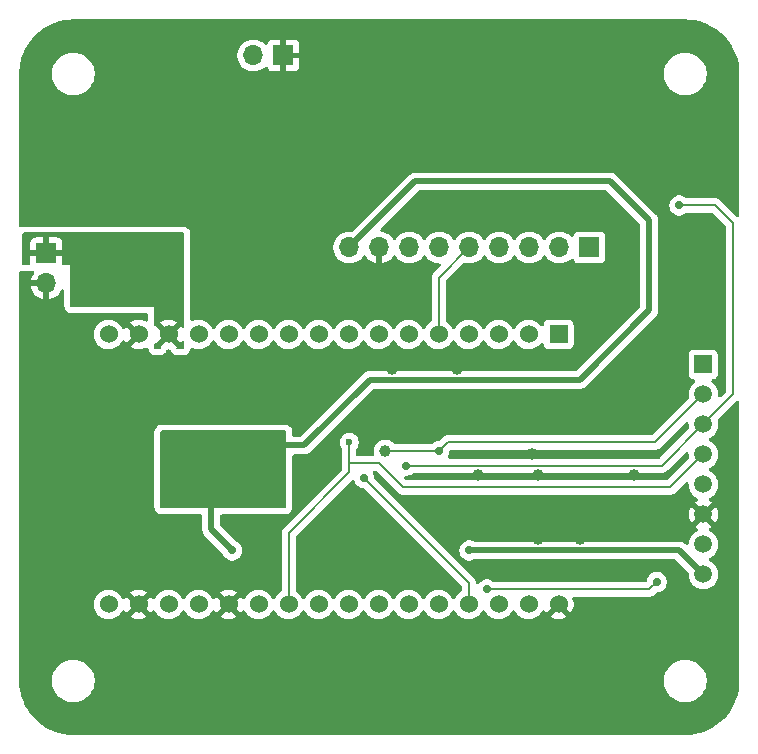
<source format=gbr>
%TF.GenerationSoftware,KiCad,Pcbnew,9.0.0*%
%TF.CreationDate,2025-11-19T13:49:17-06:00*%
%TF.ProjectId,FiltSure Prototype Three,46696c74-5375-4726-9520-50726f746f74,rev?*%
%TF.SameCoordinates,Original*%
%TF.FileFunction,Copper,L1,Top*%
%TF.FilePolarity,Positive*%
%FSLAX46Y46*%
G04 Gerber Fmt 4.6, Leading zero omitted, Abs format (unit mm)*
G04 Created by KiCad (PCBNEW 9.0.0) date 2025-11-19 13:49:17*
%MOMM*%
%LPD*%
G01*
G04 APERTURE LIST*
%TA.AperFunction,ComponentPad*%
%ADD10O,1.700000X1.700000*%
%TD*%
%TA.AperFunction,ComponentPad*%
%ADD11R,1.700000X1.700000*%
%TD*%
%TA.AperFunction,ComponentPad*%
%ADD12R,1.524000X1.524000*%
%TD*%
%TA.AperFunction,ComponentPad*%
%ADD13C,1.524000*%
%TD*%
%TA.AperFunction,ComponentPad*%
%ADD14R,1.508000X1.508000*%
%TD*%
%TA.AperFunction,ComponentPad*%
%ADD15C,1.508000*%
%TD*%
%TA.AperFunction,ViaPad*%
%ADD16C,0.700000*%
%TD*%
%TA.AperFunction,ViaPad*%
%ADD17C,1.000000*%
%TD*%
%TA.AperFunction,ViaPad*%
%ADD18C,0.600000*%
%TD*%
%TA.AperFunction,Conductor*%
%ADD19C,0.200000*%
%TD*%
%TA.AperFunction,Conductor*%
%ADD20C,0.500000*%
%TD*%
G04 APERTURE END LIST*
D10*
%TO.P,J2,2,Pin_2*%
%TO.N,Net-(J2-Pin_2)*%
X113131600Y-66442600D03*
D11*
%TO.P,J2,1,Pin_1*%
%TO.N,GND*%
X115671600Y-66442600D03*
%TD*%
%TO.P,J1,1,Pin_1*%
%TO.N,VCC*%
X95605600Y-83201600D03*
D10*
%TO.P,J1,2,Pin_2*%
%TO.N,GND*%
X95605600Y-85741600D03*
%TD*%
D12*
%TO.P,U6,J1_1,ESP_3V3*%
%TO.N,unconnected-(U6-ESP_3V3-PadJ1_1)*%
X138980600Y-90064600D03*
D13*
%TO.P,U6,J1_2,CHIP_PU*%
%TO.N,/Reset*%
X136440600Y-90064600D03*
%TO.P,U6,J1_3,GPIO4*%
%TO.N,/Diag_Pin*%
X133900600Y-90064600D03*
%TO.P,U6,J1_4,GPIO5*%
%TO.N,/Speed_Pin*%
X131360600Y-90064600D03*
%TO.P,U6,J1_5,GPIO6*%
%TO.N,/SCK*%
X128820600Y-90064600D03*
%TO.P,U6,J1_6,GPIO7*%
%TO.N,/MOSI*%
X126280600Y-90064600D03*
%TO.P,U6,J1_7,GPIO0*%
%TO.N,/Batt_Pin*%
X123740600Y-90064600D03*
%TO.P,U6,J1_8,GPIO1*%
%TO.N,unconnected-(U6-GPIO1-PadJ1_8)*%
X121200600Y-90064600D03*
%TO.P,U6,J1_9,GPIO8*%
%TO.N,unconnected-(U6-GPIO8-PadJ1_9)*%
X118660600Y-90064600D03*
%TO.P,U6,J1_10,GPIO10*%
%TO.N,unconnected-(U6-GPIO10-PadJ1_10)*%
X116120600Y-90064600D03*
%TO.P,U6,J1_11,GPIO11*%
%TO.N,unconnected-(U6-GPIO11-PadJ1_11)*%
X113580600Y-90064600D03*
%TO.P,U6,J1_12,GPIO2*%
%TO.N,/CS_VREG*%
X111040600Y-90064600D03*
%TO.P,U6,J1_13,GPIO3*%
%TO.N,unconnected-(U6-GPIO3-PadJ1_13)*%
X108500600Y-90064600D03*
%TO.P,U6,J1_14,VCC_5V*%
%TO.N,VCC*%
X105960600Y-90064600D03*
%TO.P,U6,J1_15,GND_J1_15*%
%TO.N,GND*%
X103420600Y-90064600D03*
%TO.P,U6,J1_16,NC_J1_16*%
%TO.N,unconnected-(U6-NC_J1_16-PadJ1_16)*%
X100880600Y-90064600D03*
%TO.P,U6,J3_1,GND_J3_1*%
%TO.N,GND*%
X138980600Y-112924600D03*
%TO.P,U6,J3_2,UART_TXD*%
%TO.N,unconnected-(U6-UART_TXD-PadJ3_2)*%
X136440600Y-112924600D03*
%TO.P,U6,J3_3,UART_RXD*%
%TO.N,unconnected-(U6-UART_RXD-PadJ3_3)*%
X133900600Y-112924600D03*
%TO.P,U6,J3_4,GPIO15*%
%TO.N,/CS_BME*%
X131360600Y-112924600D03*
%TO.P,U6,J3_5,GPIO23*%
%TO.N,/CS_RFID*%
X128820600Y-112924600D03*
%TO.P,U6,J3_6,GPIO22*%
%TO.N,/CS_LoRa*%
X126280600Y-112924600D03*
%TO.P,U6,J3_7,GPIO21*%
%TO.N,/RST_LoRa*%
X123740600Y-112924600D03*
%TO.P,U6,J3_8,GPIO20*%
%TO.N,/RFID_RST*%
X121200600Y-112924600D03*
%TO.P,U6,J3_9,GPIO19*%
%TO.N,/IRQ_LoRa*%
X118660600Y-112924600D03*
%TO.P,U6,J3_10,GPIO18*%
%TO.N,/MISO*%
X116120600Y-112924600D03*
%TO.P,U6,J3_11,GPIO9*%
%TO.N,unconnected-(U6-GPIO9-PadJ3_11)*%
X113580600Y-112924600D03*
%TO.P,U6,J3_12,GND_J3_12*%
%TO.N,GND*%
X111040600Y-112924600D03*
%TO.P,U6,J3_13,GPIO13*%
%TO.N,unconnected-(U6-GPIO13-PadJ3_13)*%
X108500600Y-112924600D03*
%TO.P,U6,J3_14,GPIO12*%
%TO.N,unconnected-(U6-GPIO12-PadJ3_14)*%
X105960600Y-112924600D03*
%TO.P,U6,J3_15,GND_J3_15*%
%TO.N,GND*%
X103420600Y-112924600D03*
%TO.P,U6,J3_16,NC_J3_16*%
%TO.N,unconnected-(U6-NC_J3_16-PadJ3_16)*%
X100880600Y-112924600D03*
%TD*%
D11*
%TO.P,U3,1,GND*%
%TO.N,/RST_LoRa*%
X141579600Y-82698600D03*
D10*
%TO.P,U3,2,MISO*%
%TO.N,/CS_LoRa*%
X139039600Y-82698600D03*
%TO.P,U3,3,MOSI*%
%TO.N,/MISO*%
X136499600Y-82698600D03*
%TO.P,U3,4,SCK*%
%TO.N,/MOSI*%
X133959600Y-82698600D03*
%TO.P,U3,5,NSS*%
%TO.N,/SCK*%
X131419600Y-82698600D03*
%TO.P,U3,6,RESET*%
%TO.N,/IRQ_LoRa*%
X128879600Y-82698600D03*
%TO.P,U3,7,DIO5*%
%TO.N,unconnected-(U3-DIO5-Pad7)*%
X126339600Y-82698600D03*
%TO.P,U3,8,GND@1*%
%TO.N,GND*%
X123799600Y-82698600D03*
%TO.P,U3,9,ANT*%
%TO.N,+3.3V*%
X121259600Y-82698600D03*
%TD*%
D14*
%TO.P,M1,1,SDA*%
%TO.N,/CS_RFID*%
X151231600Y-92604600D03*
D15*
%TO.P,M1,2,SCK*%
%TO.N,/SCK*%
X151231600Y-95144600D03*
%TO.P,M1,3,MOSI*%
%TO.N,/MOSI*%
X151231600Y-97684600D03*
%TO.P,M1,4,MISO*%
%TO.N,/MISO*%
X151231600Y-100224600D03*
%TO.P,M1,5,IRQ*%
%TO.N,unconnected-(M1-IRQ-Pad5)*%
X151231600Y-102764600D03*
%TO.P,M1,6,GND*%
%TO.N,GND*%
X151231600Y-105304600D03*
%TO.P,M1,7,RST*%
%TO.N,/RFID_RST*%
X151231600Y-107844600D03*
%TO.P,M1,8,3V3*%
%TO.N,+3.3V*%
X151231600Y-110384600D03*
%TD*%
D16*
%TO.N,+3.3V*%
X131419600Y-108352600D03*
D17*
%TO.N,GND*%
X117703600Y-109876600D03*
X132181600Y-102002600D03*
X131419600Y-106320600D03*
X113639600Y-109876600D03*
X125577600Y-107082600D03*
X117703600Y-107082600D03*
X108813600Y-92350600D03*
X145389600Y-102002600D03*
X124561600Y-96668600D03*
X136753600Y-100224600D03*
X148125914Y-95340914D03*
X142341600Y-95144600D03*
X108559600Y-109876600D03*
X127609600Y-97938600D03*
X122529600Y-111146600D03*
X131419600Y-104542600D03*
X137261600Y-102002600D03*
X103733600Y-109876600D03*
X128879600Y-106066600D03*
X137261600Y-107402600D03*
X127609600Y-92096600D03*
X124852352Y-92946759D03*
X134485462Y-105756959D03*
X121513600Y-107082600D03*
X147871914Y-92800914D03*
X121513600Y-105558600D03*
X125069600Y-111146600D03*
X142145286Y-106516914D03*
X142341600Y-89556600D03*
X130403600Y-96668600D03*
X140817600Y-107402600D03*
X138648386Y-106691386D03*
D16*
X118719600Y-102002600D03*
D17*
X130403600Y-92946759D03*
X127609600Y-95398600D03*
%TO.N,+3.3V*%
X111353600Y-103018600D03*
X107797600Y-103018600D03*
X107797600Y-101240600D03*
X109575600Y-99462600D03*
X111353600Y-99462600D03*
X106019600Y-99462600D03*
X107797600Y-99462600D03*
X109575600Y-103018600D03*
D16*
X111353600Y-108352600D03*
D17*
X111353600Y-101240600D03*
X106019600Y-103018600D03*
X106019600Y-101240600D03*
X109575600Y-101240600D03*
D16*
%TO.N,/CS_BME*%
X122529600Y-102243600D03*
D17*
%TO.N,/SCK*%
X124307600Y-99970600D03*
D16*
X128879600Y-99907600D03*
D18*
%TO.N,/MISO*%
X121259600Y-99208600D03*
D16*
%TO.N,/MOSI*%
X149199600Y-79142600D03*
X126085600Y-101177600D03*
%TO.N,/CS_RFID*%
X147294600Y-111019600D03*
X132919101Y-111654599D03*
%TD*%
D19*
%TO.N,/MOSI*%
X153771600Y-80666600D02*
X153771600Y-95144600D01*
X153771600Y-95144600D02*
X151231600Y-97684600D01*
X149199600Y-79142600D02*
X152247600Y-79142600D01*
X152247600Y-79142600D02*
X153771600Y-80666600D01*
%TO.N,/SCK*%
X147167600Y-99208600D02*
X151231600Y-95144600D01*
X129578600Y-99208600D02*
X147167600Y-99208600D01*
X128879600Y-99907600D02*
X129578600Y-99208600D01*
%TO.N,/MOSI*%
X147738600Y-101177600D02*
X151231600Y-97684600D01*
X140626600Y-101177600D02*
X147738600Y-101177600D01*
%TO.N,/MISO*%
X148437600Y-103018600D02*
X151231600Y-100224600D01*
X141579600Y-103018600D02*
X148437600Y-103018600D01*
%TO.N,/CS_RFID*%
X146659600Y-111654600D02*
X147294600Y-111019600D01*
X132919101Y-111654599D02*
X146659600Y-111654600D01*
D20*
%TO.N,+3.3V*%
X149199600Y-108352600D02*
X151231600Y-110384600D01*
X131419600Y-108352600D02*
X149199600Y-108352600D01*
X140795441Y-93896759D02*
X146659600Y-88032600D01*
X143357600Y-77110600D02*
X126847600Y-77110600D01*
X117449600Y-99462600D02*
X123015441Y-93896759D01*
X111353600Y-99462600D02*
X117449600Y-99462600D01*
X146659600Y-88032600D02*
X146659600Y-80412600D01*
X109575600Y-106574600D02*
X111353600Y-108352600D01*
X146659600Y-80412600D02*
X143357600Y-77110600D01*
X126847600Y-77110600D02*
X121259600Y-82698600D01*
X123015441Y-93896759D02*
X140795441Y-93896759D01*
X109575600Y-103018600D02*
X109575600Y-106574600D01*
D19*
%TO.N,/CS_BME*%
X131360600Y-111074600D02*
X122529600Y-102243600D01*
X131360600Y-112924600D02*
X131360600Y-111074600D01*
%TO.N,/SCK*%
X128820600Y-85297600D02*
X131419600Y-82698600D01*
X128816600Y-99970600D02*
X128879600Y-99907600D01*
X124307600Y-99970600D02*
X128816600Y-99970600D01*
X128820600Y-90064600D02*
X128820600Y-85297600D01*
%TO.N,/MISO*%
X121259600Y-99208600D02*
X121259600Y-100986600D01*
X123799600Y-100986600D02*
X121259600Y-100986600D01*
X125831600Y-103018600D02*
X123799600Y-100986600D01*
X116120600Y-106887600D02*
X116120600Y-112924600D01*
X121259600Y-100986600D02*
X121259600Y-101748600D01*
X141579600Y-103018600D02*
X125831600Y-103018600D01*
X121259600Y-101748600D02*
X116120600Y-106887600D01*
%TO.N,/MOSI*%
X126085600Y-101177600D02*
X140626600Y-101177600D01*
%TD*%
%TA.AperFunction,Conductor*%
%TO.N,VCC*%
G36*
X105487219Y-90260681D02*
G01*
X105554098Y-90376520D01*
X105648680Y-90471102D01*
X105764519Y-90537981D01*
X105824657Y-90554094D01*
X105261883Y-91116868D01*
X105262336Y-91122625D01*
X105295484Y-91165613D01*
X105301462Y-91235227D01*
X105268855Y-91297021D01*
X105208016Y-91331378D01*
X105179932Y-91334600D01*
X104873600Y-91334600D01*
X104806561Y-91314915D01*
X104760806Y-91262111D01*
X104749600Y-91210600D01*
X104749600Y-90884966D01*
X104769285Y-90817927D01*
X104822089Y-90772172D01*
X104883329Y-90761348D01*
X104908331Y-90763315D01*
X105471104Y-90200541D01*
X105487219Y-90260681D01*
G37*
%TD.AperFunction*%
%TA.AperFunction,Conductor*%
G36*
X107012868Y-90763315D02*
G01*
X107039964Y-90726022D01*
X107055115Y-90696288D01*
X107103089Y-90645491D01*
X107170910Y-90628696D01*
X107237045Y-90651233D01*
X107280497Y-90705948D01*
X107289600Y-90752582D01*
X107289600Y-91210600D01*
X107269915Y-91277639D01*
X107217111Y-91323394D01*
X107165600Y-91334600D01*
X106741267Y-91334600D01*
X106674228Y-91314915D01*
X106628473Y-91262111D01*
X106618529Y-91192953D01*
X106647554Y-91129397D01*
X106659169Y-91118736D01*
X106659316Y-91116868D01*
X106096542Y-90554094D01*
X106156681Y-90537981D01*
X106272520Y-90471102D01*
X106367102Y-90376520D01*
X106433981Y-90260681D01*
X106450095Y-90200542D01*
X107012868Y-90763315D01*
G37*
%TD.AperFunction*%
%TA.AperFunction,Conductor*%
G36*
X107232639Y-81448285D02*
G01*
X107278394Y-81501089D01*
X107289600Y-81552600D01*
X107289600Y-89376618D01*
X107269915Y-89443657D01*
X107217111Y-89489412D01*
X107147953Y-89499356D01*
X107084397Y-89470331D01*
X107055116Y-89432914D01*
X107039960Y-89403170D01*
X107039960Y-89403169D01*
X107012868Y-89365883D01*
X106450094Y-89928657D01*
X106433981Y-89868519D01*
X106367102Y-89752680D01*
X106272520Y-89658098D01*
X106156681Y-89591219D01*
X106096542Y-89575104D01*
X106659316Y-89012331D01*
X106659315Y-89012330D01*
X106622032Y-88985241D01*
X106445037Y-88895057D01*
X106256122Y-88833675D01*
X106059921Y-88802600D01*
X105861279Y-88802600D01*
X105665079Y-88833675D01*
X105665076Y-88833675D01*
X105476162Y-88895057D01*
X105299164Y-88985243D01*
X105261883Y-89012329D01*
X105261882Y-89012330D01*
X105824658Y-89575104D01*
X105764519Y-89591219D01*
X105648680Y-89658098D01*
X105554098Y-89752680D01*
X105487219Y-89868519D01*
X105471104Y-89928657D01*
X104908330Y-89365882D01*
X104883328Y-89367850D01*
X104869718Y-89364990D01*
X104855953Y-89366970D01*
X104836199Y-89357949D01*
X104814951Y-89353485D01*
X104805048Y-89343722D01*
X104792397Y-89337945D01*
X104780656Y-89319676D01*
X104765194Y-89304433D01*
X104761367Y-89289662D01*
X104754623Y-89279167D01*
X104749600Y-89244232D01*
X104749600Y-87778600D01*
X97761600Y-87778600D01*
X97694561Y-87758915D01*
X97648806Y-87706111D01*
X97637600Y-87654600D01*
X97637600Y-84222600D01*
X97079600Y-84222600D01*
X97012561Y-84202915D01*
X96966806Y-84150111D01*
X96955600Y-84098600D01*
X96955600Y-83451600D01*
X96038612Y-83451600D01*
X96071525Y-83394593D01*
X96105600Y-83267426D01*
X96105600Y-83135774D01*
X96071525Y-83008607D01*
X96038612Y-82951600D01*
X96955600Y-82951600D01*
X96955600Y-82303772D01*
X96955599Y-82303755D01*
X96949198Y-82244227D01*
X96949196Y-82244220D01*
X96898954Y-82109513D01*
X96898950Y-82109506D01*
X96812790Y-81994412D01*
X96812787Y-81994409D01*
X96697693Y-81908249D01*
X96697686Y-81908245D01*
X96562979Y-81858003D01*
X96562972Y-81858001D01*
X96503444Y-81851600D01*
X95855600Y-81851600D01*
X95855600Y-82768588D01*
X95798593Y-82735675D01*
X95671426Y-82701600D01*
X95539774Y-82701600D01*
X95412607Y-82735675D01*
X95355600Y-82768588D01*
X95355600Y-81851600D01*
X94707755Y-81851600D01*
X94648227Y-81858001D01*
X94648220Y-81858003D01*
X94513513Y-81908245D01*
X94513506Y-81908249D01*
X94398412Y-81994409D01*
X94398409Y-81994412D01*
X94312249Y-82109506D01*
X94312245Y-82109513D01*
X94262003Y-82244220D01*
X94262001Y-82244227D01*
X94255600Y-82303755D01*
X94255600Y-82951600D01*
X95172588Y-82951600D01*
X95139675Y-83008607D01*
X95105600Y-83135774D01*
X95105600Y-83267426D01*
X95139675Y-83394593D01*
X95172588Y-83451600D01*
X94255600Y-83451600D01*
X94255600Y-84098600D01*
X94235915Y-84165639D01*
X94183111Y-84211394D01*
X94131600Y-84222600D01*
X93697600Y-84222600D01*
X93630561Y-84202915D01*
X93584806Y-84150111D01*
X93573600Y-84098600D01*
X93573600Y-81552600D01*
X93593285Y-81485561D01*
X93646089Y-81439806D01*
X93697600Y-81428600D01*
X107165600Y-81428600D01*
X107232639Y-81448285D01*
G37*
%TD.AperFunction*%
%TD*%
%TA.AperFunction,Conductor*%
%TO.N,+3.3V*%
G36*
X115868639Y-98212285D02*
G01*
X115914394Y-98265089D01*
X115925600Y-98316600D01*
X115925600Y-104672600D01*
X115905915Y-104739639D01*
X115853111Y-104785394D01*
X115801600Y-104796600D01*
X105381600Y-104796600D01*
X105314561Y-104776915D01*
X105268806Y-104724111D01*
X105257600Y-104672600D01*
X105257600Y-98316600D01*
X105277285Y-98249561D01*
X105330089Y-98203806D01*
X105381600Y-98192600D01*
X115801600Y-98192600D01*
X115868639Y-98212285D01*
G37*
%TD.AperFunction*%
%TD*%
%TA.AperFunction,Conductor*%
%TO.N,GND*%
G36*
X149710852Y-63387242D02*
G01*
X150100234Y-63404242D01*
X150113178Y-63405374D01*
X150496378Y-63455824D01*
X150509159Y-63458077D01*
X150886521Y-63541737D01*
X150899053Y-63545095D01*
X151196402Y-63638849D01*
X151267677Y-63661322D01*
X151279891Y-63665768D01*
X151636963Y-63813671D01*
X151648743Y-63819163D01*
X151991593Y-63997640D01*
X152002835Y-64004131D01*
X152328812Y-64211801D01*
X152339447Y-64219247D01*
X152646094Y-64454546D01*
X152656036Y-64462889D01*
X152706446Y-64509080D01*
X152940999Y-64724009D01*
X152950190Y-64733200D01*
X153211304Y-65018155D01*
X153219655Y-65028107D01*
X153418732Y-65287550D01*
X153454947Y-65334746D01*
X153462401Y-65345392D01*
X153465662Y-65350511D01*
X153670063Y-65671356D01*
X153676563Y-65682613D01*
X153855035Y-66025454D01*
X153860528Y-66037236D01*
X154008431Y-66394308D01*
X154012877Y-66406522D01*
X154129101Y-66775135D01*
X154132465Y-66787690D01*
X154216119Y-67165028D01*
X154218376Y-67177830D01*
X154268824Y-67561020D01*
X154269957Y-67573969D01*
X154286958Y-67963347D01*
X154287100Y-67969846D01*
X154287100Y-79973147D01*
X154267138Y-80047647D01*
X154212600Y-80102185D01*
X154138100Y-80122147D01*
X154063600Y-80102185D01*
X154032741Y-80078506D01*
X152736615Y-78782380D01*
X152736613Y-78782377D01*
X152616316Y-78662080D01*
X152509548Y-78600438D01*
X152490423Y-78589396D01*
X152479384Y-78583022D01*
X152326657Y-78542099D01*
X152168543Y-78542099D01*
X152159414Y-78542099D01*
X152159398Y-78542100D01*
X149863606Y-78542100D01*
X149789106Y-78522138D01*
X149758247Y-78498459D01*
X149741765Y-78481977D01*
X149741762Y-78481974D01*
X149741758Y-78481971D01*
X149602470Y-78388901D01*
X149602458Y-78388894D01*
X149479736Y-78338061D01*
X149447682Y-78324784D01*
X149447680Y-78324783D01*
X149447679Y-78324783D01*
X149283367Y-78292100D01*
X149115833Y-78292100D01*
X148951520Y-78324783D01*
X148796741Y-78388894D01*
X148796729Y-78388901D01*
X148657441Y-78481971D01*
X148657434Y-78481977D01*
X148538977Y-78600434D01*
X148538971Y-78600441D01*
X148445901Y-78739729D01*
X148445894Y-78739741D01*
X148381783Y-78894520D01*
X148349100Y-79058832D01*
X148349100Y-79226367D01*
X148381783Y-79390679D01*
X148445894Y-79545458D01*
X148445901Y-79545470D01*
X148538971Y-79684758D01*
X148538974Y-79684762D01*
X148657438Y-79803226D01*
X148657441Y-79803228D01*
X148796729Y-79896298D01*
X148796733Y-79896300D01*
X148796737Y-79896303D01*
X148796738Y-79896303D01*
X148796741Y-79896305D01*
X148842072Y-79915081D01*
X148951518Y-79960416D01*
X149115833Y-79993100D01*
X149283367Y-79993100D01*
X149447682Y-79960416D01*
X149602463Y-79896303D01*
X149741762Y-79803226D01*
X149758247Y-79786741D01*
X149825042Y-79748177D01*
X149863606Y-79743100D01*
X151937147Y-79743100D01*
X152011647Y-79763062D01*
X152042506Y-79786741D01*
X153127459Y-80871694D01*
X153166023Y-80938489D01*
X153171100Y-80977053D01*
X153171100Y-94834146D01*
X153151138Y-94908646D01*
X153127459Y-94939505D01*
X152740459Y-95326505D01*
X152673664Y-95365069D01*
X152596536Y-95365069D01*
X152529741Y-95326505D01*
X152491177Y-95259710D01*
X152486100Y-95221146D01*
X152486100Y-95045872D01*
X152469253Y-94939505D01*
X152455210Y-94850837D01*
X152455209Y-94850836D01*
X152455209Y-94850831D01*
X152411478Y-94716245D01*
X152394191Y-94663039D01*
X152394189Y-94663036D01*
X152394189Y-94663034D01*
X152325866Y-94528945D01*
X152304544Y-94487099D01*
X152188479Y-94327348D01*
X152048852Y-94187721D01*
X151965776Y-94127363D01*
X151917238Y-94067423D01*
X151905172Y-93991244D01*
X151932812Y-93919239D01*
X151992752Y-93870701D01*
X152037423Y-93858674D01*
X152093083Y-93852691D01*
X152160507Y-93827543D01*
X152227929Y-93802397D01*
X152227933Y-93802395D01*
X152285538Y-93759271D01*
X152343146Y-93716146D01*
X152429396Y-93600931D01*
X152479691Y-93466083D01*
X152481423Y-93449970D01*
X152486099Y-93406485D01*
X152486099Y-93406482D01*
X152486100Y-93406473D01*
X152486099Y-91802728D01*
X152479691Y-91743117D01*
X152465188Y-91704233D01*
X152429397Y-91608270D01*
X152429395Y-91608266D01*
X152343147Y-91493055D01*
X152343144Y-91493052D01*
X152227933Y-91406804D01*
X152227929Y-91406802D01*
X152093082Y-91356508D01*
X152033476Y-91350100D01*
X150429736Y-91350100D01*
X150429711Y-91350102D01*
X150370121Y-91356508D01*
X150370115Y-91356509D01*
X150235270Y-91406802D01*
X150235266Y-91406804D01*
X150120055Y-91493052D01*
X150120052Y-91493055D01*
X150033804Y-91608266D01*
X150033802Y-91608270D01*
X149983508Y-91743117D01*
X149977100Y-91802714D01*
X149977100Y-93406463D01*
X149977102Y-93406488D01*
X149983508Y-93466078D01*
X149983509Y-93466084D01*
X150033802Y-93600929D01*
X150033804Y-93600933D01*
X150120052Y-93716144D01*
X150120055Y-93716147D01*
X150235266Y-93802395D01*
X150235270Y-93802397D01*
X150370114Y-93852690D01*
X150370117Y-93852691D01*
X150425767Y-93858674D01*
X150497707Y-93886485D01*
X150546103Y-93946539D01*
X150557987Y-94022746D01*
X150530176Y-94094686D01*
X150497422Y-94127363D01*
X150414352Y-94187717D01*
X150414346Y-94187722D01*
X150274722Y-94327346D01*
X150274720Y-94327349D01*
X150158657Y-94487096D01*
X150158654Y-94487102D01*
X150069010Y-94663034D01*
X150007991Y-94850831D01*
X150007990Y-94850831D01*
X149993946Y-94939505D01*
X149977100Y-95045869D01*
X149977100Y-95243331D01*
X149993640Y-95347761D01*
X150007135Y-95432968D01*
X149999072Y-95509674D01*
X149965328Y-95561635D01*
X146962506Y-98564459D01*
X146895711Y-98603023D01*
X146857147Y-98608100D01*
X129499542Y-98608100D01*
X129346810Y-98649024D01*
X129296696Y-98677959D01*
X129296695Y-98677960D01*
X129209883Y-98728080D01*
X129116124Y-98821840D01*
X129098080Y-98839884D01*
X129098078Y-98839886D01*
X128998865Y-98939100D01*
X128924506Y-99013459D01*
X128857711Y-99052023D01*
X128819147Y-99057100D01*
X128795833Y-99057100D01*
X128631520Y-99089783D01*
X128476741Y-99153894D01*
X128476729Y-99153901D01*
X128337441Y-99246971D01*
X128337434Y-99246977D01*
X128257953Y-99326459D01*
X128191158Y-99365023D01*
X128152594Y-99370100D01*
X125183739Y-99370100D01*
X125109239Y-99350138D01*
X125078380Y-99326459D01*
X124945385Y-99193464D01*
X124945382Y-99193461D01*
X124850044Y-99129758D01*
X124781515Y-99083968D01*
X124781512Y-99083967D01*
X124599436Y-99008549D01*
X124599434Y-99008548D01*
X124444589Y-98977747D01*
X124406141Y-98970100D01*
X124209059Y-98970100D01*
X124176989Y-98976478D01*
X124015765Y-99008548D01*
X124015763Y-99008549D01*
X123833687Y-99083967D01*
X123833684Y-99083968D01*
X123669819Y-99193460D01*
X123669814Y-99193464D01*
X123530464Y-99332814D01*
X123530460Y-99332819D01*
X123420968Y-99496684D01*
X123420967Y-99496687D01*
X123345549Y-99678763D01*
X123345548Y-99678765D01*
X123307100Y-99872060D01*
X123307100Y-100069141D01*
X123334727Y-100208032D01*
X123329683Y-100284995D01*
X123286832Y-100349124D01*
X123217658Y-100383237D01*
X123188590Y-100386100D01*
X122009100Y-100386100D01*
X121934600Y-100366138D01*
X121880062Y-100311600D01*
X121860100Y-100237100D01*
X121860100Y-99795948D01*
X121880062Y-99721448D01*
X121885212Y-99713167D01*
X121901280Y-99689120D01*
X121968994Y-99587779D01*
X122029337Y-99442097D01*
X122060100Y-99287442D01*
X122060100Y-99129758D01*
X122029337Y-98975103D01*
X121968994Y-98829421D01*
X121881389Y-98698311D01*
X121769889Y-98586811D01*
X121638779Y-98499206D01*
X121638778Y-98499205D01*
X121638776Y-98499204D01*
X121493098Y-98438863D01*
X121493094Y-98438862D01*
X121338442Y-98408100D01*
X121180758Y-98408100D01*
X121026105Y-98438862D01*
X121026101Y-98438863D01*
X120880423Y-98499204D01*
X120749307Y-98586814D01*
X120637814Y-98698307D01*
X120637811Y-98698310D01*
X120637811Y-98698311D01*
X120617920Y-98728080D01*
X120550204Y-98829423D01*
X120489863Y-98975101D01*
X120489862Y-98975105D01*
X120459100Y-99129757D01*
X120459100Y-99287442D01*
X120489862Y-99442094D01*
X120489863Y-99442098D01*
X120550205Y-99587777D01*
X120550208Y-99587783D01*
X120633988Y-99713167D01*
X120658781Y-99786202D01*
X120659100Y-99795948D01*
X120659100Y-101438146D01*
X120639138Y-101512646D01*
X120615459Y-101543505D01*
X115640079Y-106518884D01*
X115612577Y-106566521D01*
X115598964Y-106590100D01*
X115569020Y-106641964D01*
X115561023Y-106655815D01*
X115561022Y-106655817D01*
X115520099Y-106808542D01*
X115520099Y-106978661D01*
X115520100Y-106978674D01*
X115520100Y-111724434D01*
X115500138Y-111798934D01*
X115458682Y-111844975D01*
X115380027Y-111902122D01*
X115298139Y-111961616D01*
X115157616Y-112102139D01*
X115040814Y-112262904D01*
X114983360Y-112375663D01*
X114931751Y-112432980D01*
X114858397Y-112456814D01*
X114782955Y-112440778D01*
X114725638Y-112389169D01*
X114717840Y-112375663D01*
X114708887Y-112358092D01*
X114660387Y-112262906D01*
X114543581Y-112102136D01*
X114403064Y-111961619D01*
X114242294Y-111844813D01*
X114152252Y-111798934D01*
X114065234Y-111754595D01*
X113876241Y-111693188D01*
X113876241Y-111693187D01*
X113767194Y-111675916D01*
X113679961Y-111662100D01*
X113481239Y-111662100D01*
X113402729Y-111674534D01*
X113284958Y-111693187D01*
X113284958Y-111693188D01*
X113095965Y-111754595D01*
X112918904Y-111844814D01*
X112758139Y-111961616D01*
X112617616Y-112102139D01*
X112500814Y-112262904D01*
X112500810Y-112262909D01*
X112443077Y-112376215D01*
X112391468Y-112433532D01*
X112318114Y-112457365D01*
X112242672Y-112441328D01*
X112185355Y-112389719D01*
X112177558Y-112376213D01*
X112119960Y-112263171D01*
X112119956Y-112263164D01*
X112092869Y-112225883D01*
X111530094Y-112788657D01*
X111513981Y-112728519D01*
X111447102Y-112612680D01*
X111352520Y-112518098D01*
X111236681Y-112451219D01*
X111176540Y-112435104D01*
X111739315Y-111872330D01*
X111739315Y-111872329D01*
X111702035Y-111845243D01*
X111702033Y-111845242D01*
X111525045Y-111755061D01*
X111525030Y-111755055D01*
X111336121Y-111693675D01*
X111139917Y-111662600D01*
X110941283Y-111662600D01*
X110745078Y-111693675D01*
X110556169Y-111755055D01*
X110556154Y-111755061D01*
X110379166Y-111845242D01*
X110379157Y-111845247D01*
X110341883Y-111872328D01*
X110341883Y-111872330D01*
X110904657Y-112435104D01*
X110844519Y-112451219D01*
X110728680Y-112518098D01*
X110634098Y-112612680D01*
X110567219Y-112728519D01*
X110551104Y-112788657D01*
X109988330Y-112225883D01*
X109988328Y-112225883D01*
X109961247Y-112263157D01*
X109961242Y-112263166D01*
X109903641Y-112376214D01*
X109852032Y-112433531D01*
X109778679Y-112457365D01*
X109703236Y-112441329D01*
X109645919Y-112389720D01*
X109638121Y-112376214D01*
X109620488Y-112341609D01*
X109580387Y-112262906D01*
X109463581Y-112102136D01*
X109323064Y-111961619D01*
X109162294Y-111844813D01*
X109072252Y-111798934D01*
X108985234Y-111754595D01*
X108796241Y-111693188D01*
X108796241Y-111693187D01*
X108687194Y-111675916D01*
X108599961Y-111662100D01*
X108401239Y-111662100D01*
X108322729Y-111674534D01*
X108204958Y-111693187D01*
X108204958Y-111693188D01*
X108015965Y-111754595D01*
X107838904Y-111844814D01*
X107678139Y-111961616D01*
X107537616Y-112102139D01*
X107420814Y-112262904D01*
X107363360Y-112375663D01*
X107311751Y-112432980D01*
X107238397Y-112456814D01*
X107162955Y-112440778D01*
X107105638Y-112389169D01*
X107097840Y-112375663D01*
X107088887Y-112358092D01*
X107040387Y-112262906D01*
X106923581Y-112102136D01*
X106783064Y-111961619D01*
X106622294Y-111844813D01*
X106532252Y-111798934D01*
X106445234Y-111754595D01*
X106256241Y-111693188D01*
X106256241Y-111693187D01*
X106147194Y-111675916D01*
X106059961Y-111662100D01*
X105861239Y-111662100D01*
X105782729Y-111674534D01*
X105664958Y-111693187D01*
X105664958Y-111693188D01*
X105475965Y-111754595D01*
X105298904Y-111844814D01*
X105138139Y-111961616D01*
X104997616Y-112102139D01*
X104880814Y-112262904D01*
X104880810Y-112262909D01*
X104823077Y-112376215D01*
X104771468Y-112433532D01*
X104698114Y-112457365D01*
X104622672Y-112441328D01*
X104565355Y-112389719D01*
X104557558Y-112376213D01*
X104499960Y-112263171D01*
X104499956Y-112263164D01*
X104472869Y-112225883D01*
X103910094Y-112788657D01*
X103893981Y-112728519D01*
X103827102Y-112612680D01*
X103732520Y-112518098D01*
X103616681Y-112451219D01*
X103556540Y-112435104D01*
X104119315Y-111872330D01*
X104119315Y-111872329D01*
X104082035Y-111845243D01*
X104082033Y-111845242D01*
X103905045Y-111755061D01*
X103905030Y-111755055D01*
X103716121Y-111693675D01*
X103519917Y-111662600D01*
X103321283Y-111662600D01*
X103125078Y-111693675D01*
X102936169Y-111755055D01*
X102936154Y-111755061D01*
X102759166Y-111845242D01*
X102759157Y-111845247D01*
X102721883Y-111872328D01*
X102721883Y-111872330D01*
X103284657Y-112435104D01*
X103224519Y-112451219D01*
X103108680Y-112518098D01*
X103014098Y-112612680D01*
X102947219Y-112728519D01*
X102931104Y-112788657D01*
X102368330Y-112225883D01*
X102368328Y-112225883D01*
X102341247Y-112263157D01*
X102341242Y-112263166D01*
X102283641Y-112376214D01*
X102232032Y-112433531D01*
X102158679Y-112457365D01*
X102083236Y-112441329D01*
X102025919Y-112389720D01*
X102018121Y-112376214D01*
X102000488Y-112341609D01*
X101960387Y-112262906D01*
X101843581Y-112102136D01*
X101703064Y-111961619D01*
X101542294Y-111844813D01*
X101452252Y-111798934D01*
X101365234Y-111754595D01*
X101176241Y-111693188D01*
X101176241Y-111693187D01*
X101067194Y-111675916D01*
X100979961Y-111662100D01*
X100781239Y-111662100D01*
X100702729Y-111674534D01*
X100584958Y-111693187D01*
X100584958Y-111693188D01*
X100395965Y-111754595D01*
X100218904Y-111844814D01*
X100058139Y-111961616D01*
X99917616Y-112102139D01*
X99800814Y-112262904D01*
X99710595Y-112439965D01*
X99649188Y-112628958D01*
X99649187Y-112628958D01*
X99633419Y-112728519D01*
X99618100Y-112825239D01*
X99618100Y-113023961D01*
X99631916Y-113111194D01*
X99649187Y-113220241D01*
X99710595Y-113409234D01*
X99771500Y-113528764D01*
X99800813Y-113586294D01*
X99917619Y-113747064D01*
X100058136Y-113887581D01*
X100218906Y-114004387D01*
X100333964Y-114063012D01*
X100395965Y-114094604D01*
X100584958Y-114156011D01*
X100584958Y-114156012D01*
X100584963Y-114156012D01*
X100584964Y-114156013D01*
X100781239Y-114187100D01*
X100781243Y-114187100D01*
X100979957Y-114187100D01*
X100979961Y-114187100D01*
X101176236Y-114156013D01*
X101176237Y-114156012D01*
X101176241Y-114156012D01*
X101176241Y-114156011D01*
X101365232Y-114094605D01*
X101542294Y-114004387D01*
X101703064Y-113887581D01*
X101843581Y-113747064D01*
X101960387Y-113586294D01*
X102018121Y-113472984D01*
X102069730Y-113415668D01*
X102143083Y-113391834D01*
X102218526Y-113407870D01*
X102275843Y-113459479D01*
X102283641Y-113472985D01*
X102341242Y-113586033D01*
X102341243Y-113586035D01*
X102368329Y-113623315D01*
X102368330Y-113623315D01*
X102931104Y-113060541D01*
X102947219Y-113120681D01*
X103014098Y-113236520D01*
X103108680Y-113331102D01*
X103224519Y-113397981D01*
X103284657Y-113414095D01*
X102721883Y-113976869D01*
X102759164Y-114003956D01*
X102759166Y-114003957D01*
X102936154Y-114094138D01*
X102936169Y-114094144D01*
X103125078Y-114155524D01*
X103321283Y-114186600D01*
X103519917Y-114186600D01*
X103716121Y-114155524D01*
X103905030Y-114094144D01*
X103905050Y-114094135D01*
X104082023Y-114003963D01*
X104082035Y-114003956D01*
X104119315Y-113976869D01*
X104119316Y-113976869D01*
X103556542Y-113414095D01*
X103616681Y-113397981D01*
X103732520Y-113331102D01*
X103827102Y-113236520D01*
X103893981Y-113120681D01*
X103910095Y-113060542D01*
X104472869Y-113623316D01*
X104472869Y-113623315D01*
X104499956Y-113586035D01*
X104499963Y-113586023D01*
X104557559Y-113472986D01*
X104609167Y-113415668D01*
X104682520Y-113391834D01*
X104757963Y-113407870D01*
X104815281Y-113459478D01*
X104823078Y-113472983D01*
X104880813Y-113586294D01*
X104997619Y-113747064D01*
X105138136Y-113887581D01*
X105298906Y-114004387D01*
X105413964Y-114063012D01*
X105475965Y-114094604D01*
X105664958Y-114156011D01*
X105664958Y-114156012D01*
X105664963Y-114156012D01*
X105664964Y-114156013D01*
X105861239Y-114187100D01*
X105861243Y-114187100D01*
X106059957Y-114187100D01*
X106059961Y-114187100D01*
X106256236Y-114156013D01*
X106256237Y-114156012D01*
X106256241Y-114156012D01*
X106256241Y-114156011D01*
X106445232Y-114094605D01*
X106622294Y-114004387D01*
X106783064Y-113887581D01*
X106923581Y-113747064D01*
X107040387Y-113586294D01*
X107097840Y-113473535D01*
X107149449Y-113416219D01*
X107222802Y-113392385D01*
X107298245Y-113408421D01*
X107355562Y-113460030D01*
X107363357Y-113473531D01*
X107420813Y-113586294D01*
X107537619Y-113747064D01*
X107678136Y-113887581D01*
X107838906Y-114004387D01*
X107953964Y-114063012D01*
X108015965Y-114094604D01*
X108204958Y-114156011D01*
X108204958Y-114156012D01*
X108204963Y-114156012D01*
X108204964Y-114156013D01*
X108401239Y-114187100D01*
X108401243Y-114187100D01*
X108599957Y-114187100D01*
X108599961Y-114187100D01*
X108796236Y-114156013D01*
X108796237Y-114156012D01*
X108796241Y-114156012D01*
X108796241Y-114156011D01*
X108985232Y-114094605D01*
X109162294Y-114004387D01*
X109323064Y-113887581D01*
X109463581Y-113747064D01*
X109580387Y-113586294D01*
X109638121Y-113472984D01*
X109689730Y-113415668D01*
X109763083Y-113391834D01*
X109838526Y-113407870D01*
X109895843Y-113459479D01*
X109903641Y-113472985D01*
X109961242Y-113586033D01*
X109961243Y-113586035D01*
X109988329Y-113623315D01*
X109988330Y-113623315D01*
X110551104Y-113060541D01*
X110567219Y-113120681D01*
X110634098Y-113236520D01*
X110728680Y-113331102D01*
X110844519Y-113397981D01*
X110904657Y-113414095D01*
X110341883Y-113976869D01*
X110379164Y-114003956D01*
X110379166Y-114003957D01*
X110556154Y-114094138D01*
X110556169Y-114094144D01*
X110745078Y-114155524D01*
X110941283Y-114186600D01*
X111139917Y-114186600D01*
X111336121Y-114155524D01*
X111525030Y-114094144D01*
X111525050Y-114094135D01*
X111702023Y-114003963D01*
X111702035Y-114003956D01*
X111739315Y-113976869D01*
X111739316Y-113976869D01*
X111176542Y-113414095D01*
X111236681Y-113397981D01*
X111352520Y-113331102D01*
X111447102Y-113236520D01*
X111513981Y-113120681D01*
X111530095Y-113060542D01*
X112092869Y-113623316D01*
X112092869Y-113623315D01*
X112119956Y-113586035D01*
X112119963Y-113586023D01*
X112177559Y-113472986D01*
X112229167Y-113415668D01*
X112302520Y-113391834D01*
X112377963Y-113407870D01*
X112435281Y-113459478D01*
X112443078Y-113472983D01*
X112500813Y-113586294D01*
X112617619Y-113747064D01*
X112758136Y-113887581D01*
X112918906Y-114004387D01*
X113033964Y-114063012D01*
X113095965Y-114094604D01*
X113284958Y-114156011D01*
X113284958Y-114156012D01*
X113284963Y-114156012D01*
X113284964Y-114156013D01*
X113481239Y-114187100D01*
X113481243Y-114187100D01*
X113679957Y-114187100D01*
X113679961Y-114187100D01*
X113876236Y-114156013D01*
X113876237Y-114156012D01*
X113876241Y-114156012D01*
X113876241Y-114156011D01*
X114065232Y-114094605D01*
X114242294Y-114004387D01*
X114403064Y-113887581D01*
X114543581Y-113747064D01*
X114660387Y-113586294D01*
X114717840Y-113473535D01*
X114769449Y-113416219D01*
X114842802Y-113392385D01*
X114918245Y-113408421D01*
X114975562Y-113460030D01*
X114983357Y-113473531D01*
X115040813Y-113586294D01*
X115157619Y-113747064D01*
X115298136Y-113887581D01*
X115458906Y-114004387D01*
X115573964Y-114063012D01*
X115635965Y-114094604D01*
X115824958Y-114156011D01*
X115824958Y-114156012D01*
X115824963Y-114156012D01*
X115824964Y-114156013D01*
X116021239Y-114187100D01*
X116021243Y-114187100D01*
X116219957Y-114187100D01*
X116219961Y-114187100D01*
X116416236Y-114156013D01*
X116416237Y-114156012D01*
X116416241Y-114156012D01*
X116416241Y-114156011D01*
X116605232Y-114094605D01*
X116782294Y-114004387D01*
X116943064Y-113887581D01*
X117083581Y-113747064D01*
X117200387Y-113586294D01*
X117257840Y-113473535D01*
X117309449Y-113416219D01*
X117382802Y-113392385D01*
X117458245Y-113408421D01*
X117515562Y-113460030D01*
X117523357Y-113473531D01*
X117580813Y-113586294D01*
X117697619Y-113747064D01*
X117838136Y-113887581D01*
X117998906Y-114004387D01*
X118113964Y-114063012D01*
X118175965Y-114094604D01*
X118364958Y-114156011D01*
X118364958Y-114156012D01*
X118364963Y-114156012D01*
X118364964Y-114156013D01*
X118561239Y-114187100D01*
X118561243Y-114187100D01*
X118759957Y-114187100D01*
X118759961Y-114187100D01*
X118956236Y-114156013D01*
X118956237Y-114156012D01*
X118956241Y-114156012D01*
X118956241Y-114156011D01*
X119145232Y-114094605D01*
X119322294Y-114004387D01*
X119483064Y-113887581D01*
X119623581Y-113747064D01*
X119740387Y-113586294D01*
X119797840Y-113473535D01*
X119849449Y-113416219D01*
X119922802Y-113392385D01*
X119998245Y-113408421D01*
X120055562Y-113460030D01*
X120063357Y-113473531D01*
X120120813Y-113586294D01*
X120237619Y-113747064D01*
X120378136Y-113887581D01*
X120538906Y-114004387D01*
X120653964Y-114063012D01*
X120715965Y-114094604D01*
X120904958Y-114156011D01*
X120904958Y-114156012D01*
X120904963Y-114156012D01*
X120904964Y-114156013D01*
X121101239Y-114187100D01*
X121101243Y-114187100D01*
X121299957Y-114187100D01*
X121299961Y-114187100D01*
X121496236Y-114156013D01*
X121496237Y-114156012D01*
X121496241Y-114156012D01*
X121496241Y-114156011D01*
X121685232Y-114094605D01*
X121862294Y-114004387D01*
X122023064Y-113887581D01*
X122163581Y-113747064D01*
X122280387Y-113586294D01*
X122337840Y-113473535D01*
X122389449Y-113416219D01*
X122462802Y-113392385D01*
X122538245Y-113408421D01*
X122595562Y-113460030D01*
X122603357Y-113473531D01*
X122660813Y-113586294D01*
X122777619Y-113747064D01*
X122918136Y-113887581D01*
X123078906Y-114004387D01*
X123193964Y-114063012D01*
X123255965Y-114094604D01*
X123444958Y-114156011D01*
X123444958Y-114156012D01*
X123444963Y-114156012D01*
X123444964Y-114156013D01*
X123641239Y-114187100D01*
X123641243Y-114187100D01*
X123839957Y-114187100D01*
X123839961Y-114187100D01*
X124036236Y-114156013D01*
X124036237Y-114156012D01*
X124036241Y-114156012D01*
X124036241Y-114156011D01*
X124225232Y-114094605D01*
X124402294Y-114004387D01*
X124563064Y-113887581D01*
X124703581Y-113747064D01*
X124820387Y-113586294D01*
X124877840Y-113473535D01*
X124929449Y-113416219D01*
X125002802Y-113392385D01*
X125078245Y-113408421D01*
X125135562Y-113460030D01*
X125143357Y-113473531D01*
X125200813Y-113586294D01*
X125317619Y-113747064D01*
X125458136Y-113887581D01*
X125618906Y-114004387D01*
X125733964Y-114063012D01*
X125795965Y-114094604D01*
X125984958Y-114156011D01*
X125984958Y-114156012D01*
X125984963Y-114156012D01*
X125984964Y-114156013D01*
X126181239Y-114187100D01*
X126181243Y-114187100D01*
X126379957Y-114187100D01*
X126379961Y-114187100D01*
X126576236Y-114156013D01*
X126576237Y-114156012D01*
X126576241Y-114156012D01*
X126576241Y-114156011D01*
X126765232Y-114094605D01*
X126942294Y-114004387D01*
X127103064Y-113887581D01*
X127243581Y-113747064D01*
X127360387Y-113586294D01*
X127417840Y-113473535D01*
X127469449Y-113416219D01*
X127542802Y-113392385D01*
X127618245Y-113408421D01*
X127675562Y-113460030D01*
X127683357Y-113473531D01*
X127740813Y-113586294D01*
X127857619Y-113747064D01*
X127998136Y-113887581D01*
X128158906Y-114004387D01*
X128273964Y-114063012D01*
X128335965Y-114094604D01*
X128524958Y-114156011D01*
X128524958Y-114156012D01*
X128524963Y-114156012D01*
X128524964Y-114156013D01*
X128721239Y-114187100D01*
X128721243Y-114187100D01*
X128919957Y-114187100D01*
X128919961Y-114187100D01*
X129116236Y-114156013D01*
X129116237Y-114156012D01*
X129116241Y-114156012D01*
X129116241Y-114156011D01*
X129305232Y-114094605D01*
X129482294Y-114004387D01*
X129643064Y-113887581D01*
X129783581Y-113747064D01*
X129900387Y-113586294D01*
X129957840Y-113473535D01*
X130009449Y-113416219D01*
X130082802Y-113392385D01*
X130158245Y-113408421D01*
X130215562Y-113460030D01*
X130223357Y-113473531D01*
X130280813Y-113586294D01*
X130397619Y-113747064D01*
X130538136Y-113887581D01*
X130698906Y-114004387D01*
X130813964Y-114063012D01*
X130875965Y-114094604D01*
X131064958Y-114156011D01*
X131064958Y-114156012D01*
X131064963Y-114156012D01*
X131064964Y-114156013D01*
X131261239Y-114187100D01*
X131261243Y-114187100D01*
X131459957Y-114187100D01*
X131459961Y-114187100D01*
X131656236Y-114156013D01*
X131656237Y-114156012D01*
X131656241Y-114156012D01*
X131656241Y-114156011D01*
X131845232Y-114094605D01*
X132022294Y-114004387D01*
X132183064Y-113887581D01*
X132323581Y-113747064D01*
X132440387Y-113586294D01*
X132497840Y-113473535D01*
X132549449Y-113416219D01*
X132622802Y-113392385D01*
X132698245Y-113408421D01*
X132755562Y-113460030D01*
X132763357Y-113473531D01*
X132820813Y-113586294D01*
X132937619Y-113747064D01*
X133078136Y-113887581D01*
X133238906Y-114004387D01*
X133353964Y-114063012D01*
X133415965Y-114094604D01*
X133604958Y-114156011D01*
X133604958Y-114156012D01*
X133604963Y-114156012D01*
X133604964Y-114156013D01*
X133801239Y-114187100D01*
X133801243Y-114187100D01*
X133999957Y-114187100D01*
X133999961Y-114187100D01*
X134196236Y-114156013D01*
X134196237Y-114156012D01*
X134196241Y-114156012D01*
X134196241Y-114156011D01*
X134385232Y-114094605D01*
X134562294Y-114004387D01*
X134723064Y-113887581D01*
X134863581Y-113747064D01*
X134980387Y-113586294D01*
X135037840Y-113473535D01*
X135089449Y-113416219D01*
X135162802Y-113392385D01*
X135238245Y-113408421D01*
X135295562Y-113460030D01*
X135303357Y-113473531D01*
X135360813Y-113586294D01*
X135477619Y-113747064D01*
X135618136Y-113887581D01*
X135778906Y-114004387D01*
X135893964Y-114063012D01*
X135955965Y-114094604D01*
X136144958Y-114156011D01*
X136144958Y-114156012D01*
X136144963Y-114156012D01*
X136144964Y-114156013D01*
X136341239Y-114187100D01*
X136341243Y-114187100D01*
X136539957Y-114187100D01*
X136539961Y-114187100D01*
X136736236Y-114156013D01*
X136736237Y-114156012D01*
X136736241Y-114156012D01*
X136736241Y-114156011D01*
X136925232Y-114094605D01*
X137102294Y-114004387D01*
X137263064Y-113887581D01*
X137403581Y-113747064D01*
X137520387Y-113586294D01*
X137578121Y-113472984D01*
X137629730Y-113415668D01*
X137703083Y-113391834D01*
X137778526Y-113407870D01*
X137835843Y-113459479D01*
X137843641Y-113472985D01*
X137901242Y-113586033D01*
X137901243Y-113586035D01*
X137928329Y-113623315D01*
X137928330Y-113623315D01*
X138491104Y-113060541D01*
X138507219Y-113120681D01*
X138574098Y-113236520D01*
X138668680Y-113331102D01*
X138784519Y-113397981D01*
X138844657Y-113414094D01*
X138281882Y-113976869D01*
X138319164Y-114003956D01*
X138319166Y-114003957D01*
X138496154Y-114094138D01*
X138496169Y-114094144D01*
X138685078Y-114155524D01*
X138881283Y-114186600D01*
X139079917Y-114186600D01*
X139276121Y-114155524D01*
X139465030Y-114094144D01*
X139465050Y-114094135D01*
X139642023Y-114003963D01*
X139642035Y-114003956D01*
X139679315Y-113976869D01*
X139679316Y-113976869D01*
X139116542Y-113414095D01*
X139176681Y-113397981D01*
X139292520Y-113331102D01*
X139387102Y-113236520D01*
X139453981Y-113120681D01*
X139470095Y-113060542D01*
X140032869Y-113623316D01*
X140032869Y-113623315D01*
X140059956Y-113586035D01*
X140059963Y-113586023D01*
X140150135Y-113409050D01*
X140150144Y-113409030D01*
X140211524Y-113220121D01*
X140242600Y-113023917D01*
X140242600Y-112825282D01*
X140211524Y-112629080D01*
X140153384Y-112450143D01*
X140149347Y-112373120D01*
X140184362Y-112304399D01*
X140249047Y-112262392D01*
X140295091Y-112255099D01*
X146563186Y-112255099D01*
X146563202Y-112255101D01*
X146580543Y-112255101D01*
X146738652Y-112255101D01*
X146738657Y-112255101D01*
X146891385Y-112214177D01*
X146910413Y-112203190D01*
X146941500Y-112185242D01*
X146941504Y-112185239D01*
X147028316Y-112135120D01*
X147140120Y-112023316D01*
X147140120Y-112023314D01*
X147152383Y-112011052D01*
X147152386Y-112011047D01*
X147249695Y-111913740D01*
X147316490Y-111875177D01*
X147355053Y-111870100D01*
X147378367Y-111870100D01*
X147542682Y-111837416D01*
X147697463Y-111773303D01*
X147836762Y-111680226D01*
X147955226Y-111561762D01*
X148048303Y-111422463D01*
X148112416Y-111267682D01*
X148145100Y-111103367D01*
X148145100Y-110935833D01*
X148138151Y-110900900D01*
X148112416Y-110771518D01*
X148112415Y-110771516D01*
X148048305Y-110616741D01*
X148048298Y-110616729D01*
X147955228Y-110477441D01*
X147955226Y-110477438D01*
X147836762Y-110358974D01*
X147727358Y-110285872D01*
X147697470Y-110265901D01*
X147697458Y-110265894D01*
X147548937Y-110204375D01*
X147542682Y-110201784D01*
X147542680Y-110201783D01*
X147542679Y-110201783D01*
X147378367Y-110169100D01*
X147210833Y-110169100D01*
X147046520Y-110201783D01*
X146891741Y-110265894D01*
X146891729Y-110265901D01*
X146752441Y-110358971D01*
X146752434Y-110358977D01*
X146633977Y-110477434D01*
X146633971Y-110477441D01*
X146540901Y-110616729D01*
X146540894Y-110616741D01*
X146476785Y-110771516D01*
X146476784Y-110771518D01*
X146444431Y-110934167D01*
X146410318Y-111003341D01*
X146346189Y-111046192D01*
X146298294Y-111054099D01*
X133583107Y-111054099D01*
X133508607Y-111034137D01*
X133477748Y-111010458D01*
X133461266Y-110993976D01*
X133461263Y-110993973D01*
X133461259Y-110993970D01*
X133321971Y-110900900D01*
X133321959Y-110900893D01*
X133181745Y-110842815D01*
X133167183Y-110836783D01*
X133167181Y-110836782D01*
X133167180Y-110836782D01*
X133002868Y-110804099D01*
X132835334Y-110804099D01*
X132671021Y-110836782D01*
X132516242Y-110900893D01*
X132516230Y-110900900D01*
X132376942Y-110993970D01*
X132376935Y-110993976D01*
X132258478Y-111112433D01*
X132258472Y-111112440D01*
X132233989Y-111149082D01*
X132176000Y-111199936D01*
X132100354Y-111214982D01*
X132027320Y-111190189D01*
X131976466Y-111132200D01*
X131961101Y-111066301D01*
X131961101Y-110995547D01*
X131961101Y-110995543D01*
X131920177Y-110842815D01*
X131879013Y-110771518D01*
X131841120Y-110705884D01*
X131729316Y-110594080D01*
X131729313Y-110594078D01*
X123423741Y-102288506D01*
X123385177Y-102221711D01*
X123380100Y-102183147D01*
X123380100Y-102159832D01*
X123369205Y-102105061D01*
X123347416Y-101995518D01*
X123283303Y-101840737D01*
X123283300Y-101840731D01*
X123268699Y-101818880D01*
X123267089Y-101814139D01*
X123263550Y-101810600D01*
X123254788Y-101777899D01*
X123243907Y-101745845D01*
X123244883Y-101740935D01*
X123243588Y-101736100D01*
X123252349Y-101703399D01*
X123258954Y-101670199D01*
X123262254Y-101666435D01*
X123263550Y-101661600D01*
X123287488Y-101637661D01*
X123309808Y-101612211D01*
X123314548Y-101610601D01*
X123318088Y-101607062D01*
X123350788Y-101598300D01*
X123382843Y-101587419D01*
X123392588Y-101587100D01*
X123489147Y-101587100D01*
X123563647Y-101607062D01*
X123594506Y-101630741D01*
X125351078Y-103387313D01*
X125351078Y-103387314D01*
X125462879Y-103499116D01*
X125462881Y-103499117D01*
X125462884Y-103499120D01*
X125536703Y-103541739D01*
X125536705Y-103541740D01*
X125536706Y-103541741D01*
X125599812Y-103578176D01*
X125599814Y-103578176D01*
X125599815Y-103578177D01*
X125752543Y-103619101D01*
X125752548Y-103619101D01*
X125919786Y-103619101D01*
X125919802Y-103619100D01*
X141500543Y-103619100D01*
X148349398Y-103619100D01*
X148349414Y-103619101D01*
X148358543Y-103619101D01*
X148516652Y-103619101D01*
X148516657Y-103619101D01*
X148669385Y-103578177D01*
X148732497Y-103541739D01*
X148806316Y-103499120D01*
X148918120Y-103387316D01*
X148918121Y-103387313D01*
X149722742Y-102582692D01*
X149789536Y-102544129D01*
X149866664Y-102544129D01*
X149933459Y-102582693D01*
X149972023Y-102649488D01*
X149977100Y-102688052D01*
X149977100Y-102863331D01*
X149990828Y-102950011D01*
X150007990Y-103058368D01*
X150069010Y-103246165D01*
X150132226Y-103370230D01*
X150158656Y-103422101D01*
X150274721Y-103581852D01*
X150414348Y-103721479D01*
X150542431Y-103814536D01*
X150574096Y-103837542D01*
X150574097Y-103837543D01*
X150700835Y-103902120D01*
X150758152Y-103953730D01*
X150781986Y-104027083D01*
X150765950Y-104102525D01*
X150714340Y-104159842D01*
X150700836Y-104167639D01*
X150574362Y-104232082D01*
X150538610Y-104258056D01*
X150538610Y-104258057D01*
X151102190Y-104821637D01*
X151038607Y-104838675D01*
X150924593Y-104904501D01*
X150831501Y-104997593D01*
X150765675Y-105111607D01*
X150748637Y-105175190D01*
X150185056Y-104611610D01*
X150159083Y-104647360D01*
X150069472Y-104823228D01*
X150008478Y-105010948D01*
X150008477Y-105010948D01*
X149977600Y-105205912D01*
X149977600Y-105403287D01*
X150008477Y-105598251D01*
X150069472Y-105785971D01*
X150159084Y-105961840D01*
X150185057Y-105997588D01*
X150748637Y-105434008D01*
X150765675Y-105497593D01*
X150831501Y-105611607D01*
X150924593Y-105704699D01*
X151038607Y-105770525D01*
X151102190Y-105787562D01*
X150538610Y-106351142D01*
X150574359Y-106377115D01*
X150574359Y-106377116D01*
X150700835Y-106441559D01*
X150758152Y-106493168D01*
X150781986Y-106566521D01*
X150765950Y-106641964D01*
X150714341Y-106699281D01*
X150700836Y-106707078D01*
X150574102Y-106771653D01*
X150574096Y-106771657D01*
X150414349Y-106887720D01*
X150414346Y-106887722D01*
X150274722Y-107027346D01*
X150274720Y-107027349D01*
X150158657Y-107187096D01*
X150158654Y-107187102D01*
X150069010Y-107363034D01*
X150007991Y-107550831D01*
X150007990Y-107550831D01*
X149989763Y-107665917D01*
X149978701Y-107735760D01*
X149963125Y-107770744D01*
X149947734Y-107805718D01*
X149947466Y-107805914D01*
X149947331Y-107806218D01*
X149916461Y-107828645D01*
X149885533Y-107851322D01*
X149885200Y-107851358D01*
X149884933Y-107851553D01*
X149846947Y-107855545D01*
X149808863Y-107859715D01*
X149808592Y-107859577D01*
X149808228Y-107859616D01*
X149738268Y-107828648D01*
X149731923Y-107823555D01*
X149678016Y-107769648D01*
X149604329Y-107720413D01*
X149598919Y-107716798D01*
X149555097Y-107687517D01*
X149555095Y-107687516D01*
X149418513Y-107630942D01*
X149418511Y-107630941D01*
X149418512Y-107630941D01*
X149273521Y-107602100D01*
X149273518Y-107602100D01*
X131859834Y-107602100D01*
X131802814Y-107590758D01*
X131706437Y-107550837D01*
X131667682Y-107534784D01*
X131667680Y-107534783D01*
X131667679Y-107534783D01*
X131503367Y-107502100D01*
X131335833Y-107502100D01*
X131171520Y-107534783D01*
X131016741Y-107598894D01*
X131016729Y-107598901D01*
X130877441Y-107691971D01*
X130877434Y-107691977D01*
X130758977Y-107810434D01*
X130758971Y-107810441D01*
X130665901Y-107949729D01*
X130665894Y-107949741D01*
X130601783Y-108104520D01*
X130569100Y-108268832D01*
X130569100Y-108436367D01*
X130601783Y-108600679D01*
X130665894Y-108755458D01*
X130665901Y-108755470D01*
X130758971Y-108894758D01*
X130758974Y-108894762D01*
X130877438Y-109013226D01*
X130877441Y-109013228D01*
X131016729Y-109106298D01*
X131016733Y-109106300D01*
X131016737Y-109106303D01*
X131016738Y-109106303D01*
X131016741Y-109106305D01*
X131036386Y-109114442D01*
X131171518Y-109170416D01*
X131335833Y-109203100D01*
X131503367Y-109203100D01*
X131667682Y-109170416D01*
X131802814Y-109114442D01*
X131859834Y-109103100D01*
X148827014Y-109103100D01*
X148901514Y-109123062D01*
X148932373Y-109146741D01*
X149936324Y-110150692D01*
X149974888Y-110217487D01*
X149978132Y-110279350D01*
X149977100Y-110285869D01*
X149977100Y-110483331D01*
X149990828Y-110570011D01*
X150007990Y-110678368D01*
X150069010Y-110866165D01*
X150142533Y-111010458D01*
X150158656Y-111042101D01*
X150274721Y-111201852D01*
X150414348Y-111341479D01*
X150574099Y-111457544D01*
X150660509Y-111501573D01*
X150750034Y-111547189D01*
X150750036Y-111547189D01*
X150750039Y-111547191D01*
X150937831Y-111608208D01*
X150937831Y-111608209D01*
X150937836Y-111608209D01*
X150937837Y-111608210D01*
X151132869Y-111639100D01*
X151132873Y-111639100D01*
X151330327Y-111639100D01*
X151330331Y-111639100D01*
X151525363Y-111608210D01*
X151525364Y-111608209D01*
X151525368Y-111608209D01*
X151525368Y-111608208D01*
X151713161Y-111547191D01*
X151889101Y-111457544D01*
X152048852Y-111341479D01*
X152188479Y-111201852D01*
X152304544Y-111042101D01*
X152394191Y-110866161D01*
X152455208Y-110678368D01*
X152455209Y-110678368D01*
X152464970Y-110616741D01*
X152486100Y-110483331D01*
X152486100Y-110285869D01*
X152455210Y-110090837D01*
X152455209Y-110090836D01*
X152455209Y-110090831D01*
X152394189Y-109903034D01*
X152348573Y-109813509D01*
X152304544Y-109727099D01*
X152188479Y-109567348D01*
X152048852Y-109427721D01*
X151889101Y-109311656D01*
X151762913Y-109247359D01*
X151705597Y-109195751D01*
X151681763Y-109122397D01*
X151697799Y-109046955D01*
X151749408Y-108989638D01*
X151762909Y-108981842D01*
X151889101Y-108917544D01*
X152048852Y-108801479D01*
X152188479Y-108661852D01*
X152304544Y-108502101D01*
X152394191Y-108326161D01*
X152455208Y-108138368D01*
X152455209Y-108138368D01*
X152460570Y-108104520D01*
X152486100Y-107943331D01*
X152486100Y-107745869D01*
X152455210Y-107550837D01*
X152455209Y-107550836D01*
X152455209Y-107550831D01*
X152394189Y-107363034D01*
X152348573Y-107273509D01*
X152304544Y-107187099D01*
X152188479Y-107027348D01*
X152048852Y-106887721D01*
X151919182Y-106793511D01*
X151889103Y-106771657D01*
X151889097Y-106771653D01*
X151762363Y-106707078D01*
X151705046Y-106655469D01*
X151681213Y-106582116D01*
X151697250Y-106506673D01*
X151748859Y-106449356D01*
X151762365Y-106441559D01*
X151888830Y-106377121D01*
X151888833Y-106377120D01*
X151924587Y-106351141D01*
X151361009Y-105787562D01*
X151424593Y-105770525D01*
X151538607Y-105704699D01*
X151631699Y-105611607D01*
X151697525Y-105497593D01*
X151714562Y-105434008D01*
X152278141Y-105997587D01*
X152304119Y-105961834D01*
X152393727Y-105785971D01*
X152454721Y-105598251D01*
X152454722Y-105598251D01*
X152485600Y-105403287D01*
X152485600Y-105205912D01*
X152454722Y-105010948D01*
X152393727Y-104823228D01*
X152304115Y-104647359D01*
X152278142Y-104611610D01*
X151714562Y-105175189D01*
X151697525Y-105111607D01*
X151631699Y-104997593D01*
X151538607Y-104904501D01*
X151424593Y-104838675D01*
X151361007Y-104821637D01*
X151924588Y-104258057D01*
X151924588Y-104258056D01*
X151888840Y-104232084D01*
X151888840Y-104232083D01*
X151762364Y-104167640D01*
X151705047Y-104116030D01*
X151681213Y-104042677D01*
X151697249Y-103967235D01*
X151748859Y-103909918D01*
X151762356Y-103902124D01*
X151889101Y-103837544D01*
X152048852Y-103721479D01*
X152188479Y-103581852D01*
X152304544Y-103422101D01*
X152394191Y-103246161D01*
X152455208Y-103058368D01*
X152455209Y-103058368D01*
X152455210Y-103058363D01*
X152486100Y-102863331D01*
X152486100Y-102665869D01*
X152455210Y-102470837D01*
X152455209Y-102470836D01*
X152455209Y-102470831D01*
X152394189Y-102283034D01*
X152343293Y-102183147D01*
X152304544Y-102107099D01*
X152188479Y-101947348D01*
X152048852Y-101807721D01*
X151951756Y-101737177D01*
X151889103Y-101691657D01*
X151889102Y-101691657D01*
X151889101Y-101691656D01*
X151762913Y-101627359D01*
X151705597Y-101575751D01*
X151681763Y-101502397D01*
X151697799Y-101426955D01*
X151749408Y-101369638D01*
X151762909Y-101361842D01*
X151889101Y-101297544D01*
X152048852Y-101181479D01*
X152188479Y-101041852D01*
X152304544Y-100882101D01*
X152394191Y-100706161D01*
X152455208Y-100518368D01*
X152455209Y-100518368D01*
X152455210Y-100518363D01*
X152486100Y-100323331D01*
X152486100Y-100125869D01*
X152455210Y-99930837D01*
X152455209Y-99930836D01*
X152455209Y-99930831D01*
X152394189Y-99743034D01*
X152315080Y-99587777D01*
X152304544Y-99567099D01*
X152188479Y-99407348D01*
X152048852Y-99267721D01*
X151889101Y-99151656D01*
X151762913Y-99087359D01*
X151705597Y-99035751D01*
X151681763Y-98962397D01*
X151697799Y-98886955D01*
X151749408Y-98829638D01*
X151762909Y-98821842D01*
X151889101Y-98757544D01*
X152048852Y-98641479D01*
X152188479Y-98501852D01*
X152304544Y-98342101D01*
X152394191Y-98166161D01*
X152455208Y-97978368D01*
X152455209Y-97978368D01*
X152462227Y-97934057D01*
X152486100Y-97783331D01*
X152486100Y-97585869D01*
X152456064Y-97396228D01*
X152464127Y-97319524D01*
X152497869Y-97267564D01*
X154032741Y-95732693D01*
X154099536Y-95694129D01*
X154176664Y-95694129D01*
X154243459Y-95732693D01*
X154282023Y-95799488D01*
X154287100Y-95838052D01*
X154287100Y-119380553D01*
X154286958Y-119387052D01*
X154269957Y-119776430D01*
X154268824Y-119789379D01*
X154218376Y-120172569D01*
X154216119Y-120185371D01*
X154132465Y-120562709D01*
X154129101Y-120575264D01*
X154012877Y-120943877D01*
X154008431Y-120956091D01*
X153860528Y-121313163D01*
X153855035Y-121324945D01*
X153676563Y-121667786D01*
X153670063Y-121679043D01*
X153462402Y-122005006D01*
X153454947Y-122015653D01*
X153219660Y-122322286D01*
X153211304Y-122332244D01*
X152950190Y-122617199D01*
X152940999Y-122626390D01*
X152656044Y-122887504D01*
X152646086Y-122895860D01*
X152339453Y-123131147D01*
X152328806Y-123138602D01*
X152002843Y-123346263D01*
X151991586Y-123352763D01*
X151648745Y-123531235D01*
X151636963Y-123536728D01*
X151279891Y-123684631D01*
X151267677Y-123689077D01*
X150899064Y-123805301D01*
X150886509Y-123808665D01*
X150509171Y-123892319D01*
X150496369Y-123894576D01*
X150113179Y-123945024D01*
X150100230Y-123946157D01*
X149710852Y-123963158D01*
X149704353Y-123963300D01*
X97894715Y-123963300D01*
X97888216Y-123963158D01*
X97498972Y-123946163D01*
X97486023Y-123945030D01*
X97102833Y-123894583D01*
X97090031Y-123892326D01*
X96712695Y-123808672D01*
X96700140Y-123805308D01*
X96331520Y-123689083D01*
X96319306Y-123684637D01*
X95962241Y-123536737D01*
X95950459Y-123531244D01*
X95607608Y-123352767D01*
X95596361Y-123346273D01*
X95270381Y-123138602D01*
X95259755Y-123131161D01*
X94953113Y-122895865D01*
X94943156Y-122887511D01*
X94658192Y-122626391D01*
X94649001Y-122617199D01*
X94529289Y-122486557D01*
X94387885Y-122332242D01*
X94379543Y-122322300D01*
X94144246Y-122015653D01*
X94136794Y-122005010D01*
X94032961Y-121842026D01*
X93929125Y-121679038D01*
X93922628Y-121667785D01*
X93744162Y-121324953D01*
X93738669Y-121313173D01*
X93685287Y-121184299D01*
X93590762Y-120956095D01*
X93586316Y-120943880D01*
X93470092Y-120575264D01*
X93466728Y-120562709D01*
X93427608Y-120386250D01*
X93383070Y-120185352D01*
X93380819Y-120172587D01*
X93330368Y-119789379D01*
X93329236Y-119776431D01*
X93327462Y-119735806D01*
X93312242Y-119387189D01*
X93312100Y-119380690D01*
X93312100Y-119265783D01*
X96091100Y-119265783D01*
X96091100Y-119501816D01*
X96121905Y-119735806D01*
X96121906Y-119735812D01*
X96121907Y-119735814D01*
X96182994Y-119963793D01*
X96272145Y-120179023D01*
X96273319Y-120181856D01*
X96376063Y-120359813D01*
X96391327Y-120386250D01*
X96535008Y-120573499D01*
X96701901Y-120740392D01*
X96889150Y-120884073D01*
X96916295Y-120899745D01*
X97093543Y-121002080D01*
X97093546Y-121002081D01*
X97093551Y-121002084D01*
X97311607Y-121092406D01*
X97539586Y-121153493D01*
X97539592Y-121153493D01*
X97539593Y-121153494D01*
X97603203Y-121161868D01*
X97773589Y-121184300D01*
X98009611Y-121184300D01*
X98243614Y-121153493D01*
X98471593Y-121092406D01*
X98689649Y-121002084D01*
X98894050Y-120884073D01*
X99081299Y-120740392D01*
X99248192Y-120573499D01*
X99391873Y-120386250D01*
X99509884Y-120181849D01*
X99600206Y-119963793D01*
X99661293Y-119735814D01*
X99692100Y-119501811D01*
X99692100Y-119265789D01*
X99692099Y-119265783D01*
X147907100Y-119265783D01*
X147907100Y-119501816D01*
X147937905Y-119735806D01*
X147937906Y-119735812D01*
X147937907Y-119735814D01*
X147998994Y-119963793D01*
X148088145Y-120179023D01*
X148089319Y-120181856D01*
X148192063Y-120359813D01*
X148207327Y-120386250D01*
X148351008Y-120573499D01*
X148517901Y-120740392D01*
X148705150Y-120884073D01*
X148732295Y-120899745D01*
X148909543Y-121002080D01*
X148909546Y-121002081D01*
X148909551Y-121002084D01*
X149127607Y-121092406D01*
X149355586Y-121153493D01*
X149355592Y-121153493D01*
X149355593Y-121153494D01*
X149419203Y-121161868D01*
X149589589Y-121184300D01*
X149825611Y-121184300D01*
X150059614Y-121153493D01*
X150287593Y-121092406D01*
X150505649Y-121002084D01*
X150710050Y-120884073D01*
X150897299Y-120740392D01*
X151064192Y-120573499D01*
X151207873Y-120386250D01*
X151325884Y-120181849D01*
X151416206Y-119963793D01*
X151477293Y-119735814D01*
X151508100Y-119501811D01*
X151508100Y-119265789D01*
X151477293Y-119031786D01*
X151416206Y-118803807D01*
X151325884Y-118585751D01*
X151325881Y-118585746D01*
X151325880Y-118585743D01*
X151264831Y-118480005D01*
X151207873Y-118381350D01*
X151064192Y-118194101D01*
X150897299Y-118027208D01*
X150710050Y-117883527D01*
X150683613Y-117868263D01*
X150505656Y-117765519D01*
X150287596Y-117675195D01*
X150287594Y-117675194D01*
X150287593Y-117675194D01*
X150059614Y-117614107D01*
X150059612Y-117614106D01*
X150059606Y-117614105D01*
X149825616Y-117583300D01*
X149825611Y-117583300D01*
X149589589Y-117583300D01*
X149589583Y-117583300D01*
X149355593Y-117614105D01*
X149127603Y-117675195D01*
X148909543Y-117765519D01*
X148705151Y-117883526D01*
X148705150Y-117883527D01*
X148517901Y-118027208D01*
X148517899Y-118027209D01*
X148517895Y-118027213D01*
X148351013Y-118194095D01*
X148207326Y-118381351D01*
X148089319Y-118585743D01*
X147998995Y-118803803D01*
X147937905Y-119031793D01*
X147907100Y-119265783D01*
X99692099Y-119265783D01*
X99661293Y-119031786D01*
X99600206Y-118803807D01*
X99509884Y-118585751D01*
X99509881Y-118585746D01*
X99509880Y-118585743D01*
X99448831Y-118480005D01*
X99391873Y-118381350D01*
X99248192Y-118194101D01*
X99081299Y-118027208D01*
X98894050Y-117883527D01*
X98867613Y-117868263D01*
X98689656Y-117765519D01*
X98471596Y-117675195D01*
X98471594Y-117675194D01*
X98471593Y-117675194D01*
X98243614Y-117614107D01*
X98243612Y-117614106D01*
X98243606Y-117614105D01*
X98009616Y-117583300D01*
X98009611Y-117583300D01*
X97773589Y-117583300D01*
X97773583Y-117583300D01*
X97539593Y-117614105D01*
X97311603Y-117675195D01*
X97093543Y-117765519D01*
X96889151Y-117883526D01*
X96889150Y-117883527D01*
X96701901Y-118027208D01*
X96701899Y-118027209D01*
X96701895Y-118027213D01*
X96535013Y-118194095D01*
X96391326Y-118381351D01*
X96273319Y-118585743D01*
X96182995Y-118803803D01*
X96121905Y-119031793D01*
X96091100Y-119265783D01*
X93312100Y-119265783D01*
X93312100Y-84835288D01*
X93332062Y-84760788D01*
X93386600Y-84706250D01*
X93461100Y-84686288D01*
X93503074Y-84692323D01*
X93555180Y-84707623D01*
X93555184Y-84707624D01*
X93555187Y-84707624D01*
X93555189Y-84707625D01*
X93555193Y-84707626D01*
X93697585Y-84728098D01*
X93697589Y-84728098D01*
X93697600Y-84728100D01*
X93697604Y-84728100D01*
X94131594Y-84728100D01*
X94131600Y-84728100D01*
X94175083Y-84723424D01*
X94239052Y-84716548D01*
X94239056Y-84716547D01*
X94290567Y-84705341D01*
X94376672Y-84676681D01*
X94453662Y-84672094D01*
X94522633Y-84706617D01*
X94565101Y-84771000D01*
X94569689Y-84847991D01*
X94544271Y-84905635D01*
X94450982Y-85034037D01*
X94450978Y-85034044D01*
X94354506Y-85223377D01*
X94288844Y-85425463D01*
X94288842Y-85425471D01*
X94278369Y-85491600D01*
X95172588Y-85491600D01*
X95139675Y-85548607D01*
X95105600Y-85675774D01*
X95105600Y-85807426D01*
X95139675Y-85934593D01*
X95172588Y-85991600D01*
X94278369Y-85991600D01*
X94288842Y-86057728D01*
X94288844Y-86057736D01*
X94354506Y-86259822D01*
X94450978Y-86449155D01*
X94450978Y-86449156D01*
X94575877Y-86621064D01*
X94575879Y-86621067D01*
X94726132Y-86771320D01*
X94726135Y-86771322D01*
X94898044Y-86896221D01*
X95087377Y-86992693D01*
X95289463Y-87058355D01*
X95289471Y-87058357D01*
X95355600Y-87068830D01*
X95355600Y-86174612D01*
X95412607Y-86207525D01*
X95539774Y-86241600D01*
X95671426Y-86241600D01*
X95798593Y-86207525D01*
X95855600Y-86174612D01*
X95855600Y-87068830D01*
X95921728Y-87058357D01*
X95921736Y-87058355D01*
X96123822Y-86992693D01*
X96313155Y-86896221D01*
X96313156Y-86896221D01*
X96485064Y-86771322D01*
X96485067Y-86771320D01*
X96635320Y-86621067D01*
X96635322Y-86621064D01*
X96760221Y-86449156D01*
X96760221Y-86449155D01*
X96850340Y-86272290D01*
X96901949Y-86214973D01*
X96975302Y-86191139D01*
X97050745Y-86207175D01*
X97108062Y-86258784D01*
X97131896Y-86332137D01*
X97132100Y-86339935D01*
X97132100Y-87654594D01*
X97132101Y-87654615D01*
X97143651Y-87762052D01*
X97143652Y-87762056D01*
X97154858Y-87813563D01*
X97188987Y-87916105D01*
X97266775Y-88037143D01*
X97312529Y-88089946D01*
X97312531Y-88089948D01*
X97421265Y-88184168D01*
X97481870Y-88211845D01*
X97552141Y-88243938D01*
X97590257Y-88255130D01*
X97619176Y-88263622D01*
X97619178Y-88263622D01*
X97619180Y-88263623D01*
X97619184Y-88263624D01*
X97619185Y-88263624D01*
X97619189Y-88263625D01*
X97619193Y-88263626D01*
X97761585Y-88284098D01*
X97761589Y-88284098D01*
X97761600Y-88284100D01*
X104095100Y-88284100D01*
X104169600Y-88304062D01*
X104224138Y-88358600D01*
X104244100Y-88433100D01*
X104244100Y-88824672D01*
X104224138Y-88899172D01*
X104169600Y-88953710D01*
X104095100Y-88973672D01*
X104027456Y-88957432D01*
X103905051Y-88895064D01*
X103905030Y-88895055D01*
X103716121Y-88833675D01*
X103519917Y-88802600D01*
X103321283Y-88802600D01*
X103125078Y-88833675D01*
X102936169Y-88895055D01*
X102936154Y-88895061D01*
X102759166Y-88985242D01*
X102759157Y-88985247D01*
X102721883Y-89012328D01*
X102721883Y-89012330D01*
X103284657Y-89575104D01*
X103224519Y-89591219D01*
X103108680Y-89658098D01*
X103014098Y-89752680D01*
X102947219Y-89868519D01*
X102931104Y-89928657D01*
X102368330Y-89365883D01*
X102368328Y-89365883D01*
X102341247Y-89403157D01*
X102341242Y-89403166D01*
X102283641Y-89516214D01*
X102232032Y-89573531D01*
X102158679Y-89597365D01*
X102083236Y-89581329D01*
X102025919Y-89529720D01*
X102018121Y-89516214D01*
X101991354Y-89463682D01*
X101960387Y-89402906D01*
X101843581Y-89242136D01*
X101703064Y-89101619D01*
X101542294Y-88984813D01*
X101452252Y-88938934D01*
X101365234Y-88894595D01*
X101176241Y-88833188D01*
X101176241Y-88833187D01*
X101067194Y-88815916D01*
X100979961Y-88802100D01*
X100781239Y-88802100D01*
X100702729Y-88814534D01*
X100584958Y-88833187D01*
X100584958Y-88833188D01*
X100395965Y-88894595D01*
X100218904Y-88984814D01*
X100058139Y-89101616D01*
X99917616Y-89242139D01*
X99800814Y-89402904D01*
X99710595Y-89579965D01*
X99649188Y-89768958D01*
X99649187Y-89768958D01*
X99640026Y-89826802D01*
X99618100Y-89965239D01*
X99618100Y-90163961D01*
X99631048Y-90245711D01*
X99649187Y-90360241D01*
X99710595Y-90549234D01*
X99771500Y-90668764D01*
X99800813Y-90726294D01*
X99917619Y-90887064D01*
X100058136Y-91027581D01*
X100218906Y-91144387D01*
X100333964Y-91203012D01*
X100395965Y-91234604D01*
X100395967Y-91234604D01*
X100395968Y-91234605D01*
X100506125Y-91270397D01*
X100584958Y-91296011D01*
X100584958Y-91296012D01*
X100584963Y-91296012D01*
X100584964Y-91296013D01*
X100781239Y-91327100D01*
X100781243Y-91327100D01*
X100979957Y-91327100D01*
X100979961Y-91327100D01*
X101176236Y-91296013D01*
X101176237Y-91296012D01*
X101176241Y-91296012D01*
X101176241Y-91296011D01*
X101365232Y-91234605D01*
X101542294Y-91144387D01*
X101703064Y-91027581D01*
X101843581Y-90887064D01*
X101960387Y-90726294D01*
X102018121Y-90612984D01*
X102069730Y-90555668D01*
X102143083Y-90531834D01*
X102218526Y-90547870D01*
X102275843Y-90599479D01*
X102283641Y-90612985D01*
X102341242Y-90726033D01*
X102341243Y-90726035D01*
X102368329Y-90763315D01*
X102368330Y-90763315D01*
X102931104Y-90200541D01*
X102947219Y-90260681D01*
X103014098Y-90376520D01*
X103108680Y-90471102D01*
X103224519Y-90537981D01*
X103284656Y-90554094D01*
X102721883Y-91116868D01*
X102721883Y-91116869D01*
X102759164Y-91143956D01*
X102759166Y-91143957D01*
X102936154Y-91234138D01*
X102936169Y-91234144D01*
X103125078Y-91295524D01*
X103321283Y-91326600D01*
X103519917Y-91326600D01*
X103716121Y-91295524D01*
X103905030Y-91234144D01*
X103905050Y-91234136D01*
X104036213Y-91167304D01*
X104111656Y-91151267D01*
X104185009Y-91175100D01*
X104236618Y-91232417D01*
X104252005Y-91284134D01*
X104255652Y-91318055D01*
X104255652Y-91318056D01*
X104266857Y-91369559D01*
X104266857Y-91369562D01*
X104300987Y-91472105D01*
X104378775Y-91593143D01*
X104424529Y-91645946D01*
X104424531Y-91645948D01*
X104533265Y-91740168D01*
X104593870Y-91767845D01*
X104664141Y-91799938D01*
X104673643Y-91802728D01*
X104731176Y-91819622D01*
X104731178Y-91819622D01*
X104731180Y-91819623D01*
X104731184Y-91819624D01*
X104731185Y-91819624D01*
X104731189Y-91819625D01*
X104731193Y-91819626D01*
X104873585Y-91840098D01*
X104873589Y-91840098D01*
X104873600Y-91840100D01*
X104873604Y-91840100D01*
X105179932Y-91840100D01*
X105179951Y-91840099D01*
X105195723Y-91839197D01*
X105237549Y-91836806D01*
X105237559Y-91836804D01*
X105237569Y-91836804D01*
X105256271Y-91834658D01*
X105265633Y-91833584D01*
X105322508Y-91823742D01*
X105456585Y-91771541D01*
X105517424Y-91737184D01*
X105631358Y-91649331D01*
X105715931Y-91532931D01*
X105748538Y-91471137D01*
X105748539Y-91471135D01*
X105764635Y-91426026D01*
X105772396Y-91414790D01*
X105775931Y-91401600D01*
X105793972Y-91383558D01*
X105808474Y-91362567D01*
X105820813Y-91356717D01*
X105830469Y-91347062D01*
X105855113Y-91340458D01*
X105878168Y-91329530D01*
X105904969Y-91327100D01*
X106014537Y-91327100D01*
X106089037Y-91347062D01*
X106143575Y-91401600D01*
X106157501Y-91434121D01*
X106168652Y-91472100D01*
X106168656Y-91472109D01*
X106246438Y-91593138D01*
X106246442Y-91593143D01*
X106292196Y-91645946D01*
X106292198Y-91645948D01*
X106400932Y-91740168D01*
X106461537Y-91767845D01*
X106531808Y-91799938D01*
X106541310Y-91802728D01*
X106598843Y-91819622D01*
X106598845Y-91819622D01*
X106598847Y-91819623D01*
X106598851Y-91819624D01*
X106598852Y-91819624D01*
X106598856Y-91819625D01*
X106598860Y-91819626D01*
X106741252Y-91840098D01*
X106741256Y-91840098D01*
X106741267Y-91840100D01*
X106741271Y-91840100D01*
X107165594Y-91840100D01*
X107165600Y-91840100D01*
X107209083Y-91835424D01*
X107273052Y-91828548D01*
X107273056Y-91828547D01*
X107324567Y-91817341D01*
X107427104Y-91783213D01*
X107548143Y-91705425D01*
X107600947Y-91659670D01*
X107695167Y-91550936D01*
X107754938Y-91420059D01*
X107774623Y-91353020D01*
X107774624Y-91353016D01*
X107777331Y-91334184D01*
X107807690Y-91263285D01*
X107869433Y-91217062D01*
X107946016Y-91207903D01*
X107992461Y-91222628D01*
X108015963Y-91234603D01*
X108015965Y-91234603D01*
X108015968Y-91234605D01*
X108168404Y-91284134D01*
X108204958Y-91296011D01*
X108204958Y-91296012D01*
X108204963Y-91296012D01*
X108204964Y-91296013D01*
X108401239Y-91327100D01*
X108401243Y-91327100D01*
X108599957Y-91327100D01*
X108599961Y-91327100D01*
X108796236Y-91296013D01*
X108796237Y-91296012D01*
X108796241Y-91296012D01*
X108796241Y-91296011D01*
X108985232Y-91234605D01*
X109162294Y-91144387D01*
X109323064Y-91027581D01*
X109463581Y-90887064D01*
X109580387Y-90726294D01*
X109637840Y-90613535D01*
X109689449Y-90556219D01*
X109762802Y-90532385D01*
X109838245Y-90548421D01*
X109895562Y-90600030D01*
X109903357Y-90613531D01*
X109960813Y-90726294D01*
X110077619Y-90887064D01*
X110218136Y-91027581D01*
X110378906Y-91144387D01*
X110493964Y-91203012D01*
X110555965Y-91234604D01*
X110555967Y-91234604D01*
X110555968Y-91234605D01*
X110666125Y-91270397D01*
X110744958Y-91296011D01*
X110744958Y-91296012D01*
X110744963Y-91296012D01*
X110744964Y-91296013D01*
X110941239Y-91327100D01*
X110941243Y-91327100D01*
X111139957Y-91327100D01*
X111139961Y-91327100D01*
X111336236Y-91296013D01*
X111336237Y-91296012D01*
X111336241Y-91296012D01*
X111336241Y-91296011D01*
X111525232Y-91234605D01*
X111702294Y-91144387D01*
X111863064Y-91027581D01*
X112003581Y-90887064D01*
X112120387Y-90726294D01*
X112177840Y-90613535D01*
X112229449Y-90556219D01*
X112302802Y-90532385D01*
X112378245Y-90548421D01*
X112435562Y-90600030D01*
X112443357Y-90613531D01*
X112500813Y-90726294D01*
X112617619Y-90887064D01*
X112758136Y-91027581D01*
X112918906Y-91144387D01*
X113033964Y-91203012D01*
X113095965Y-91234604D01*
X113095967Y-91234604D01*
X113095968Y-91234605D01*
X113206125Y-91270397D01*
X113284958Y-91296011D01*
X113284958Y-91296012D01*
X113284963Y-91296012D01*
X113284964Y-91296013D01*
X113481239Y-91327100D01*
X113481243Y-91327100D01*
X113679957Y-91327100D01*
X113679961Y-91327100D01*
X113876236Y-91296013D01*
X113876237Y-91296012D01*
X113876241Y-91296012D01*
X113876241Y-91296011D01*
X114065232Y-91234605D01*
X114242294Y-91144387D01*
X114403064Y-91027581D01*
X114543581Y-90887064D01*
X114660387Y-90726294D01*
X114717840Y-90613535D01*
X114769449Y-90556219D01*
X114842802Y-90532385D01*
X114918245Y-90548421D01*
X114975562Y-90600030D01*
X114983357Y-90613531D01*
X115040813Y-90726294D01*
X115157619Y-90887064D01*
X115298136Y-91027581D01*
X115458906Y-91144387D01*
X115573964Y-91203012D01*
X115635965Y-91234604D01*
X115635967Y-91234604D01*
X115635968Y-91234605D01*
X115746125Y-91270397D01*
X115824958Y-91296011D01*
X115824958Y-91296012D01*
X115824963Y-91296012D01*
X115824964Y-91296013D01*
X116021239Y-91327100D01*
X116021243Y-91327100D01*
X116219957Y-91327100D01*
X116219961Y-91327100D01*
X116416236Y-91296013D01*
X116416237Y-91296012D01*
X116416241Y-91296012D01*
X116416241Y-91296011D01*
X116605232Y-91234605D01*
X116782294Y-91144387D01*
X116943064Y-91027581D01*
X117083581Y-90887064D01*
X117200387Y-90726294D01*
X117257840Y-90613535D01*
X117309449Y-90556219D01*
X117382802Y-90532385D01*
X117458245Y-90548421D01*
X117515562Y-90600030D01*
X117523357Y-90613531D01*
X117580813Y-90726294D01*
X117697619Y-90887064D01*
X117838136Y-91027581D01*
X117998906Y-91144387D01*
X118113964Y-91203012D01*
X118175965Y-91234604D01*
X118175967Y-91234604D01*
X118175968Y-91234605D01*
X118286125Y-91270397D01*
X118364958Y-91296011D01*
X118364958Y-91296012D01*
X118364963Y-91296012D01*
X118364964Y-91296013D01*
X118561239Y-91327100D01*
X118561243Y-91327100D01*
X118759957Y-91327100D01*
X118759961Y-91327100D01*
X118956236Y-91296013D01*
X118956237Y-91296012D01*
X118956241Y-91296012D01*
X118956241Y-91296011D01*
X119145232Y-91234605D01*
X119322294Y-91144387D01*
X119483064Y-91027581D01*
X119623581Y-90887064D01*
X119740387Y-90726294D01*
X119797840Y-90613535D01*
X119849449Y-90556219D01*
X119922802Y-90532385D01*
X119998245Y-90548421D01*
X120055562Y-90600030D01*
X120063357Y-90613531D01*
X120120813Y-90726294D01*
X120237619Y-90887064D01*
X120378136Y-91027581D01*
X120538906Y-91144387D01*
X120653964Y-91203012D01*
X120715965Y-91234604D01*
X120715967Y-91234604D01*
X120715968Y-91234605D01*
X120826125Y-91270397D01*
X120904958Y-91296011D01*
X120904958Y-91296012D01*
X120904963Y-91296012D01*
X120904964Y-91296013D01*
X121101239Y-91327100D01*
X121101243Y-91327100D01*
X121299957Y-91327100D01*
X121299961Y-91327100D01*
X121496236Y-91296013D01*
X121496237Y-91296012D01*
X121496241Y-91296012D01*
X121496241Y-91296011D01*
X121685232Y-91234605D01*
X121862294Y-91144387D01*
X122023064Y-91027581D01*
X122163581Y-90887064D01*
X122280387Y-90726294D01*
X122337840Y-90613535D01*
X122389449Y-90556219D01*
X122462802Y-90532385D01*
X122538245Y-90548421D01*
X122595562Y-90600030D01*
X122603357Y-90613531D01*
X122660813Y-90726294D01*
X122777619Y-90887064D01*
X122918136Y-91027581D01*
X123078906Y-91144387D01*
X123193964Y-91203012D01*
X123255965Y-91234604D01*
X123255967Y-91234604D01*
X123255968Y-91234605D01*
X123366125Y-91270397D01*
X123444958Y-91296011D01*
X123444958Y-91296012D01*
X123444963Y-91296012D01*
X123444964Y-91296013D01*
X123641239Y-91327100D01*
X123641243Y-91327100D01*
X123839957Y-91327100D01*
X123839961Y-91327100D01*
X124036236Y-91296013D01*
X124036237Y-91296012D01*
X124036241Y-91296012D01*
X124036241Y-91296011D01*
X124225232Y-91234605D01*
X124402294Y-91144387D01*
X124563064Y-91027581D01*
X124703581Y-90887064D01*
X124820387Y-90726294D01*
X124877840Y-90613535D01*
X124929449Y-90556219D01*
X125002802Y-90532385D01*
X125078245Y-90548421D01*
X125135562Y-90600030D01*
X125143357Y-90613531D01*
X125200813Y-90726294D01*
X125317619Y-90887064D01*
X125458136Y-91027581D01*
X125618906Y-91144387D01*
X125733964Y-91203012D01*
X125795965Y-91234604D01*
X125795967Y-91234604D01*
X125795968Y-91234605D01*
X125906125Y-91270397D01*
X125984958Y-91296011D01*
X125984958Y-91296012D01*
X125984963Y-91296012D01*
X125984964Y-91296013D01*
X126181239Y-91327100D01*
X126181243Y-91327100D01*
X126379957Y-91327100D01*
X126379961Y-91327100D01*
X126576236Y-91296013D01*
X126576237Y-91296012D01*
X126576241Y-91296012D01*
X126576241Y-91296011D01*
X126765232Y-91234605D01*
X126942294Y-91144387D01*
X127103064Y-91027581D01*
X127243581Y-90887064D01*
X127360387Y-90726294D01*
X127417840Y-90613535D01*
X127469449Y-90556219D01*
X127542802Y-90532385D01*
X127618245Y-90548421D01*
X127675562Y-90600030D01*
X127683357Y-90613531D01*
X127740813Y-90726294D01*
X127857619Y-90887064D01*
X127998136Y-91027581D01*
X128158906Y-91144387D01*
X128273964Y-91203012D01*
X128335965Y-91234604D01*
X128335967Y-91234604D01*
X128335968Y-91234605D01*
X128446125Y-91270397D01*
X128524958Y-91296011D01*
X128524958Y-91296012D01*
X128524963Y-91296012D01*
X128524964Y-91296013D01*
X128721239Y-91327100D01*
X128721243Y-91327100D01*
X128919957Y-91327100D01*
X128919961Y-91327100D01*
X129116236Y-91296013D01*
X129116237Y-91296012D01*
X129116241Y-91296012D01*
X129116241Y-91296011D01*
X129305232Y-91234605D01*
X129482294Y-91144387D01*
X129643064Y-91027581D01*
X129783581Y-90887064D01*
X129900387Y-90726294D01*
X129957840Y-90613535D01*
X130009449Y-90556219D01*
X130082802Y-90532385D01*
X130158245Y-90548421D01*
X130215562Y-90600030D01*
X130223357Y-90613531D01*
X130280813Y-90726294D01*
X130397619Y-90887064D01*
X130538136Y-91027581D01*
X130698906Y-91144387D01*
X130813964Y-91203012D01*
X130875965Y-91234604D01*
X130875967Y-91234604D01*
X130875968Y-91234605D01*
X130986125Y-91270397D01*
X131064958Y-91296011D01*
X131064958Y-91296012D01*
X131064963Y-91296012D01*
X131064964Y-91296013D01*
X131261239Y-91327100D01*
X131261243Y-91327100D01*
X131459957Y-91327100D01*
X131459961Y-91327100D01*
X131656236Y-91296013D01*
X131656237Y-91296012D01*
X131656241Y-91296012D01*
X131656241Y-91296011D01*
X131845232Y-91234605D01*
X132022294Y-91144387D01*
X132183064Y-91027581D01*
X132323581Y-90887064D01*
X132440387Y-90726294D01*
X132497840Y-90613535D01*
X132549449Y-90556219D01*
X132622802Y-90532385D01*
X132698245Y-90548421D01*
X132755562Y-90600030D01*
X132763357Y-90613531D01*
X132820813Y-90726294D01*
X132937619Y-90887064D01*
X133078136Y-91027581D01*
X133238906Y-91144387D01*
X133353964Y-91203012D01*
X133415965Y-91234604D01*
X133415967Y-91234604D01*
X133415968Y-91234605D01*
X133526125Y-91270397D01*
X133604958Y-91296011D01*
X133604958Y-91296012D01*
X133604963Y-91296012D01*
X133604964Y-91296013D01*
X133801239Y-91327100D01*
X133801243Y-91327100D01*
X133999957Y-91327100D01*
X133999961Y-91327100D01*
X134196236Y-91296013D01*
X134196237Y-91296012D01*
X134196241Y-91296012D01*
X134196241Y-91296011D01*
X134385232Y-91234605D01*
X134562294Y-91144387D01*
X134723064Y-91027581D01*
X134863581Y-90887064D01*
X134980387Y-90726294D01*
X135037840Y-90613535D01*
X135089449Y-90556219D01*
X135162802Y-90532385D01*
X135238245Y-90548421D01*
X135295562Y-90600030D01*
X135303357Y-90613531D01*
X135360813Y-90726294D01*
X135477619Y-90887064D01*
X135618136Y-91027581D01*
X135778906Y-91144387D01*
X135893964Y-91203012D01*
X135955965Y-91234604D01*
X135955967Y-91234604D01*
X135955968Y-91234605D01*
X136066125Y-91270397D01*
X136144958Y-91296011D01*
X136144958Y-91296012D01*
X136144963Y-91296012D01*
X136144964Y-91296013D01*
X136341239Y-91327100D01*
X136341243Y-91327100D01*
X136539957Y-91327100D01*
X136539961Y-91327100D01*
X136736236Y-91296013D01*
X136736237Y-91296012D01*
X136736241Y-91296012D01*
X136736241Y-91296011D01*
X136925232Y-91234605D01*
X137102294Y-91144387D01*
X137263064Y-91027581D01*
X137403581Y-90887064D01*
X137451394Y-90821254D01*
X137511331Y-90772718D01*
X137587509Y-90760652D01*
X137659515Y-90788291D01*
X137708054Y-90848231D01*
X137720082Y-90892908D01*
X137724508Y-90934079D01*
X137724509Y-90934084D01*
X137774802Y-91068929D01*
X137774804Y-91068933D01*
X137861052Y-91184144D01*
X137861055Y-91184147D01*
X137976266Y-91270395D01*
X137976270Y-91270397D01*
X138111117Y-91320691D01*
X138170714Y-91327099D01*
X138170718Y-91327099D01*
X138170727Y-91327100D01*
X139790472Y-91327099D01*
X139850083Y-91320691D01*
X139946047Y-91284898D01*
X139984929Y-91270397D01*
X139984933Y-91270395D01*
X140064808Y-91210600D01*
X140100146Y-91184146D01*
X140186396Y-91068931D01*
X140236691Y-90934083D01*
X140243100Y-90874473D01*
X140243099Y-89254728D01*
X140236691Y-89195117D01*
X140201819Y-89101619D01*
X140186397Y-89060270D01*
X140186395Y-89060266D01*
X140100147Y-88945055D01*
X140100144Y-88945052D01*
X139984933Y-88858804D01*
X139984929Y-88858802D01*
X139850082Y-88808508D01*
X139790476Y-88802100D01*
X138170736Y-88802100D01*
X138170711Y-88802102D01*
X138111121Y-88808508D01*
X138111115Y-88808509D01*
X137976270Y-88858802D01*
X137976266Y-88858804D01*
X137861055Y-88945052D01*
X137861052Y-88945055D01*
X137774804Y-89060266D01*
X137774802Y-89060270D01*
X137724508Y-89195116D01*
X137720081Y-89236293D01*
X137692268Y-89308231D01*
X137632212Y-89356625D01*
X137556004Y-89368508D01*
X137484066Y-89340695D01*
X137451391Y-89307941D01*
X137403585Y-89242141D01*
X137403583Y-89242139D01*
X137403581Y-89242136D01*
X137263064Y-89101619D01*
X137102294Y-88984813D01*
X137012252Y-88938934D01*
X136925234Y-88894595D01*
X136736241Y-88833188D01*
X136736241Y-88833187D01*
X136627194Y-88815916D01*
X136539961Y-88802100D01*
X136341239Y-88802100D01*
X136262729Y-88814534D01*
X136144958Y-88833187D01*
X136144958Y-88833188D01*
X135955965Y-88894595D01*
X135778904Y-88984814D01*
X135618139Y-89101616D01*
X135477616Y-89242139D01*
X135360814Y-89402904D01*
X135303360Y-89515663D01*
X135251751Y-89572980D01*
X135178397Y-89596814D01*
X135102955Y-89580778D01*
X135045638Y-89529169D01*
X135037840Y-89515663D01*
X135011354Y-89463682D01*
X134980387Y-89402906D01*
X134863581Y-89242136D01*
X134723064Y-89101619D01*
X134562294Y-88984813D01*
X134472252Y-88938934D01*
X134385234Y-88894595D01*
X134196241Y-88833188D01*
X134196241Y-88833187D01*
X134087194Y-88815916D01*
X133999961Y-88802100D01*
X133801239Y-88802100D01*
X133722729Y-88814534D01*
X133604958Y-88833187D01*
X133604958Y-88833188D01*
X133415965Y-88894595D01*
X133238904Y-88984814D01*
X133078139Y-89101616D01*
X132937616Y-89242139D01*
X132820814Y-89402904D01*
X132763360Y-89515663D01*
X132711751Y-89572980D01*
X132638397Y-89596814D01*
X132562955Y-89580778D01*
X132505638Y-89529169D01*
X132497840Y-89515663D01*
X132471354Y-89463682D01*
X132440387Y-89402906D01*
X132323581Y-89242136D01*
X132183064Y-89101619D01*
X132022294Y-88984813D01*
X131932252Y-88938934D01*
X131845234Y-88894595D01*
X131656241Y-88833188D01*
X131656241Y-88833187D01*
X131547194Y-88815916D01*
X131459961Y-88802100D01*
X131261239Y-88802100D01*
X131182729Y-88814534D01*
X131064958Y-88833187D01*
X131064958Y-88833188D01*
X130875965Y-88894595D01*
X130698904Y-88984814D01*
X130538139Y-89101616D01*
X130397616Y-89242139D01*
X130280814Y-89402904D01*
X130223360Y-89515663D01*
X130171751Y-89572980D01*
X130098397Y-89596814D01*
X130022955Y-89580778D01*
X129965638Y-89529169D01*
X129957840Y-89515663D01*
X129931354Y-89463682D01*
X129900387Y-89402906D01*
X129783581Y-89242136D01*
X129643064Y-89101619D01*
X129482518Y-88984976D01*
X129433982Y-88925038D01*
X129421100Y-88864434D01*
X129421100Y-85608052D01*
X129441062Y-85533552D01*
X129464737Y-85502697D01*
X130924245Y-84043188D01*
X130991038Y-84004626D01*
X131068166Y-84004626D01*
X131075636Y-84006839D01*
X131103357Y-84015846D01*
X131313313Y-84049100D01*
X131313318Y-84049100D01*
X131525882Y-84049100D01*
X131525887Y-84049100D01*
X131735843Y-84015846D01*
X131938012Y-83950157D01*
X132127416Y-83853651D01*
X132299392Y-83728704D01*
X132449704Y-83578392D01*
X132569056Y-83414117D01*
X132628996Y-83365579D01*
X132705174Y-83353513D01*
X132777180Y-83381153D01*
X132810144Y-83414117D01*
X132929496Y-83578392D01*
X133079808Y-83728704D01*
X133251784Y-83853651D01*
X133441188Y-83950157D01*
X133643357Y-84015846D01*
X133853313Y-84049100D01*
X133853318Y-84049100D01*
X134065882Y-84049100D01*
X134065887Y-84049100D01*
X134275843Y-84015846D01*
X134478012Y-83950157D01*
X134667416Y-83853651D01*
X134839392Y-83728704D01*
X134989704Y-83578392D01*
X135109056Y-83414117D01*
X135168996Y-83365579D01*
X135245174Y-83353513D01*
X135317180Y-83381153D01*
X135350144Y-83414117D01*
X135469496Y-83578392D01*
X135619808Y-83728704D01*
X135791784Y-83853651D01*
X135981188Y-83950157D01*
X136183357Y-84015846D01*
X136393313Y-84049100D01*
X136393318Y-84049100D01*
X136605882Y-84049100D01*
X136605887Y-84049100D01*
X136815843Y-84015846D01*
X137018012Y-83950157D01*
X137207416Y-83853651D01*
X137379392Y-83728704D01*
X137529704Y-83578392D01*
X137649056Y-83414117D01*
X137708996Y-83365579D01*
X137785174Y-83353513D01*
X137857180Y-83381153D01*
X137890144Y-83414117D01*
X138009496Y-83578392D01*
X138159808Y-83728704D01*
X138331784Y-83853651D01*
X138521188Y-83950157D01*
X138723357Y-84015846D01*
X138933313Y-84049100D01*
X138933318Y-84049100D01*
X139145882Y-84049100D01*
X139145887Y-84049100D01*
X139355843Y-84015846D01*
X139558012Y-83950157D01*
X139747416Y-83853651D01*
X139919392Y-83728704D01*
X140005419Y-83642677D01*
X140072213Y-83604112D01*
X140149341Y-83604112D01*
X140216136Y-83642676D01*
X140250384Y-83695966D01*
X140285802Y-83790929D01*
X140285804Y-83790933D01*
X140372052Y-83906144D01*
X140372055Y-83906147D01*
X140487266Y-83992395D01*
X140487270Y-83992397D01*
X140622117Y-84042691D01*
X140681714Y-84049099D01*
X140681718Y-84049099D01*
X140681727Y-84049100D01*
X142477472Y-84049099D01*
X142537083Y-84042691D01*
X142639141Y-84004626D01*
X142671929Y-83992397D01*
X142671933Y-83992395D01*
X142729538Y-83949271D01*
X142787146Y-83906146D01*
X142873396Y-83790931D01*
X142923691Y-83656083D01*
X142930100Y-83596473D01*
X142930099Y-81800728D01*
X142923691Y-81741117D01*
X142896605Y-81668495D01*
X142873397Y-81606270D01*
X142873395Y-81606266D01*
X142787147Y-81491055D01*
X142787144Y-81491052D01*
X142671933Y-81404804D01*
X142671929Y-81404802D01*
X142537082Y-81354508D01*
X142477476Y-81348100D01*
X140681736Y-81348100D01*
X140681711Y-81348102D01*
X140622121Y-81354508D01*
X140622115Y-81354509D01*
X140487270Y-81404802D01*
X140487266Y-81404804D01*
X140372055Y-81491052D01*
X140372052Y-81491055D01*
X140285804Y-81606266D01*
X140285803Y-81606268D01*
X140250384Y-81701234D01*
X140205645Y-81764061D01*
X140135487Y-81796101D01*
X140058708Y-81788770D01*
X140005419Y-81754523D01*
X139919393Y-81668497D01*
X139919392Y-81668496D01*
X139747416Y-81543549D01*
X139558012Y-81447043D01*
X139355843Y-81381354D01*
X139145887Y-81348100D01*
X138933313Y-81348100D01*
X138758349Y-81375811D01*
X138723356Y-81381354D01*
X138527032Y-81445144D01*
X138521188Y-81447043D01*
X138521182Y-81447045D01*
X138521182Y-81447046D01*
X138331782Y-81543550D01*
X138331781Y-81543550D01*
X138159809Y-81668495D01*
X138159806Y-81668497D01*
X138009497Y-81818806D01*
X138009495Y-81818809D01*
X137890144Y-81983082D01*
X137830204Y-82031620D01*
X137754025Y-82043686D01*
X137682020Y-82016046D01*
X137649056Y-81983082D01*
X137586836Y-81897444D01*
X137529704Y-81818808D01*
X137379392Y-81668496D01*
X137207416Y-81543549D01*
X137018012Y-81447043D01*
X136815843Y-81381354D01*
X136605887Y-81348100D01*
X136393313Y-81348100D01*
X136218349Y-81375811D01*
X136183356Y-81381354D01*
X135987032Y-81445144D01*
X135981188Y-81447043D01*
X135981182Y-81447045D01*
X135981182Y-81447046D01*
X135791782Y-81543550D01*
X135791781Y-81543550D01*
X135619809Y-81668495D01*
X135619806Y-81668497D01*
X135469497Y-81818806D01*
X135469495Y-81818809D01*
X135350144Y-81983082D01*
X135290204Y-82031620D01*
X135214025Y-82043686D01*
X135142020Y-82016046D01*
X135109056Y-81983082D01*
X135046836Y-81897444D01*
X134989704Y-81818808D01*
X134839392Y-81668496D01*
X134667416Y-81543549D01*
X134478012Y-81447043D01*
X134275843Y-81381354D01*
X134065887Y-81348100D01*
X133853313Y-81348100D01*
X133678349Y-81375811D01*
X133643356Y-81381354D01*
X133447032Y-81445144D01*
X133441188Y-81447043D01*
X133441182Y-81447045D01*
X133441182Y-81447046D01*
X133251782Y-81543550D01*
X133251781Y-81543550D01*
X133079809Y-81668495D01*
X133079806Y-81668497D01*
X132929497Y-81818806D01*
X132929495Y-81818809D01*
X132810144Y-81983082D01*
X132750204Y-82031620D01*
X132674025Y-82043686D01*
X132602020Y-82016046D01*
X132569056Y-81983082D01*
X132506836Y-81897444D01*
X132449704Y-81818808D01*
X132299392Y-81668496D01*
X132127416Y-81543549D01*
X131938012Y-81447043D01*
X131735843Y-81381354D01*
X131525887Y-81348100D01*
X131313313Y-81348100D01*
X131138349Y-81375811D01*
X131103356Y-81381354D01*
X130907032Y-81445144D01*
X130901188Y-81447043D01*
X130901182Y-81447045D01*
X130901182Y-81447046D01*
X130711782Y-81543550D01*
X130711781Y-81543550D01*
X130539809Y-81668495D01*
X130539806Y-81668497D01*
X130389497Y-81818806D01*
X130389495Y-81818809D01*
X130270144Y-81983082D01*
X130210204Y-82031620D01*
X130134025Y-82043686D01*
X130062020Y-82016046D01*
X130029056Y-81983082D01*
X129966836Y-81897444D01*
X129909704Y-81818808D01*
X129759392Y-81668496D01*
X129587416Y-81543549D01*
X129398012Y-81447043D01*
X129195843Y-81381354D01*
X128985887Y-81348100D01*
X128773313Y-81348100D01*
X128598349Y-81375811D01*
X128563356Y-81381354D01*
X128367032Y-81445144D01*
X128361188Y-81447043D01*
X128361182Y-81447045D01*
X128361182Y-81447046D01*
X128171782Y-81543550D01*
X128171781Y-81543550D01*
X127999809Y-81668495D01*
X127999806Y-81668497D01*
X127849497Y-81818806D01*
X127849495Y-81818809D01*
X127730144Y-81983082D01*
X127670204Y-82031620D01*
X127594025Y-82043686D01*
X127522020Y-82016046D01*
X127489056Y-81983082D01*
X127426836Y-81897444D01*
X127369704Y-81818808D01*
X127219392Y-81668496D01*
X127047416Y-81543549D01*
X126858012Y-81447043D01*
X126655843Y-81381354D01*
X126445887Y-81348100D01*
X126233313Y-81348100D01*
X126058349Y-81375811D01*
X126023356Y-81381354D01*
X125827032Y-81445144D01*
X125821188Y-81447043D01*
X125821182Y-81447045D01*
X125821182Y-81447046D01*
X125631782Y-81543550D01*
X125631781Y-81543550D01*
X125459809Y-81668495D01*
X125459806Y-81668497D01*
X125309497Y-81818806D01*
X125309488Y-81818817D01*
X125189833Y-81983508D01*
X125129893Y-82032046D01*
X125053715Y-82044112D01*
X124981710Y-82016471D01*
X124948746Y-81983508D01*
X124829322Y-81819135D01*
X124829320Y-81819132D01*
X124679067Y-81668879D01*
X124679064Y-81668877D01*
X124507155Y-81543978D01*
X124317820Y-81447506D01*
X124115728Y-81381842D01*
X124115715Y-81381839D01*
X123991909Y-81362230D01*
X123921449Y-81330859D01*
X123876114Y-81268461D01*
X123868053Y-81191756D01*
X123899424Y-81121296D01*
X123909840Y-81109726D01*
X127114826Y-77904741D01*
X127181621Y-77866177D01*
X127220185Y-77861100D01*
X142985014Y-77861100D01*
X143059514Y-77881062D01*
X143090373Y-77904741D01*
X145865459Y-80679826D01*
X145904023Y-80746621D01*
X145909100Y-80785185D01*
X145909100Y-87660014D01*
X145889138Y-87734514D01*
X145865459Y-87765373D01*
X140528214Y-93102618D01*
X140461419Y-93141182D01*
X140422855Y-93146259D01*
X122941519Y-93146259D01*
X122796528Y-93175100D01*
X122796526Y-93175101D01*
X122659950Y-93231672D01*
X122643917Y-93242385D01*
X122537026Y-93313806D01*
X117182373Y-98668459D01*
X117115578Y-98707023D01*
X117077014Y-98712100D01*
X116580100Y-98712100D01*
X116505600Y-98692138D01*
X116451062Y-98637600D01*
X116431100Y-98563100D01*
X116431100Y-98316605D01*
X116431098Y-98316584D01*
X116419548Y-98209147D01*
X116419547Y-98209143D01*
X116416745Y-98196266D01*
X116408341Y-98157633D01*
X116374213Y-98055096D01*
X116370728Y-98049674D01*
X116296424Y-97934056D01*
X116250670Y-97881253D01*
X116250668Y-97881251D01*
X116141934Y-97787031D01*
X116011061Y-97727263D01*
X116011059Y-97727262D01*
X116011054Y-97727260D01*
X116011047Y-97727258D01*
X115944023Y-97707577D01*
X115944010Y-97707574D01*
X115944006Y-97707573D01*
X115801614Y-97687101D01*
X115801602Y-97687100D01*
X115801600Y-97687100D01*
X105381600Y-97687100D01*
X105381595Y-97687100D01*
X105381584Y-97687101D01*
X105274147Y-97698651D01*
X105274143Y-97698652D01*
X105222636Y-97709858D01*
X105120094Y-97743987D01*
X104999056Y-97821775D01*
X104946253Y-97867529D01*
X104946251Y-97867531D01*
X104852031Y-97976265D01*
X104792263Y-98107138D01*
X104792258Y-98107152D01*
X104772577Y-98174176D01*
X104772574Y-98174189D01*
X104772573Y-98174193D01*
X104752101Y-98316585D01*
X104752100Y-98316603D01*
X104752100Y-104672594D01*
X104752101Y-104672615D01*
X104763651Y-104780052D01*
X104763652Y-104780056D01*
X104774858Y-104831563D01*
X104808987Y-104934105D01*
X104886775Y-105055143D01*
X104932529Y-105107946D01*
X104932531Y-105107948D01*
X105041265Y-105202168D01*
X105101870Y-105229845D01*
X105172141Y-105261938D01*
X105210257Y-105273130D01*
X105239176Y-105281622D01*
X105239178Y-105281622D01*
X105239180Y-105281623D01*
X105239184Y-105281624D01*
X105239185Y-105281624D01*
X105239189Y-105281625D01*
X105239193Y-105281626D01*
X105381585Y-105302098D01*
X105381589Y-105302098D01*
X105381600Y-105302100D01*
X108676100Y-105302100D01*
X108750600Y-105322062D01*
X108805138Y-105376600D01*
X108825100Y-105451100D01*
X108825100Y-106648521D01*
X108853941Y-106793511D01*
X108910513Y-106930089D01*
X108910514Y-106930091D01*
X108910516Y-106930095D01*
X108929140Y-106957968D01*
X108975497Y-107027348D01*
X108992647Y-107053014D01*
X108992648Y-107053016D01*
X110511623Y-108571991D01*
X110543922Y-108620330D01*
X110599894Y-108755458D01*
X110599901Y-108755470D01*
X110692971Y-108894758D01*
X110692974Y-108894762D01*
X110811438Y-109013226D01*
X110811441Y-109013228D01*
X110950729Y-109106298D01*
X110950733Y-109106300D01*
X110950737Y-109106303D01*
X110950738Y-109106303D01*
X110950741Y-109106305D01*
X110970386Y-109114442D01*
X111105518Y-109170416D01*
X111269833Y-109203100D01*
X111437367Y-109203100D01*
X111601682Y-109170416D01*
X111756463Y-109106303D01*
X111895762Y-109013226D01*
X112014226Y-108894762D01*
X112107303Y-108755463D01*
X112171416Y-108600682D01*
X112204100Y-108436367D01*
X112204100Y-108268833D01*
X112171416Y-108104518D01*
X112107303Y-107949737D01*
X112014226Y-107810438D01*
X111895762Y-107691974D01*
X111889092Y-107687517D01*
X111756470Y-107598901D01*
X111756458Y-107598894D01*
X111621330Y-107542922D01*
X111572991Y-107510623D01*
X110369741Y-106307373D01*
X110331177Y-106240578D01*
X110326100Y-106202014D01*
X110326100Y-105451100D01*
X110346062Y-105376600D01*
X110400600Y-105322062D01*
X110475100Y-105302100D01*
X115801594Y-105302100D01*
X115801600Y-105302100D01*
X115845083Y-105297424D01*
X115909052Y-105290548D01*
X115909056Y-105290547D01*
X115960567Y-105279341D01*
X116063104Y-105245213D01*
X116184143Y-105167425D01*
X116236947Y-105121670D01*
X116331167Y-105012936D01*
X116390938Y-104882059D01*
X116410623Y-104815020D01*
X116410624Y-104815016D01*
X116410625Y-104815010D01*
X116410626Y-104815006D01*
X116431098Y-104672614D01*
X116431100Y-104672596D01*
X116431100Y-100362100D01*
X116451062Y-100287600D01*
X116505600Y-100233062D01*
X116580100Y-100213100D01*
X117523514Y-100213100D01*
X117523517Y-100213100D01*
X117523518Y-100213100D01*
X117668513Y-100184258D01*
X117805095Y-100127684D01*
X117869891Y-100084389D01*
X117928016Y-100045552D01*
X123282668Y-94690900D01*
X123349463Y-94652336D01*
X123388027Y-94647259D01*
X140869355Y-94647259D01*
X140869358Y-94647259D01*
X140869359Y-94647259D01*
X141014354Y-94618417D01*
X141150936Y-94561843D01*
X141200170Y-94528945D01*
X141273857Y-94479711D01*
X147242551Y-88511016D01*
X147324684Y-88388095D01*
X147381258Y-88251513D01*
X147410100Y-88106518D01*
X147410100Y-87958683D01*
X147410100Y-80338682D01*
X147381258Y-80193687D01*
X147324684Y-80057105D01*
X147324683Y-80057102D01*
X147268585Y-79973147D01*
X147242551Y-79934184D01*
X147138016Y-79829649D01*
X143836016Y-76527648D01*
X143836015Y-76527647D01*
X143836010Y-76527643D01*
X143762329Y-76478412D01*
X143762328Y-76478412D01*
X143713097Y-76445517D01*
X143713095Y-76445516D01*
X143576513Y-76388942D01*
X143576511Y-76388941D01*
X143576512Y-76388941D01*
X143431521Y-76360100D01*
X143431518Y-76360100D01*
X126921517Y-76360100D01*
X126773682Y-76360100D01*
X126773678Y-76360100D01*
X126628688Y-76388941D01*
X126492102Y-76445516D01*
X126369185Y-76527648D01*
X126369180Y-76527652D01*
X121577414Y-81319416D01*
X121510619Y-81357980D01*
X121448748Y-81361223D01*
X121387901Y-81351586D01*
X121365887Y-81348100D01*
X121153313Y-81348100D01*
X120978349Y-81375811D01*
X120943356Y-81381354D01*
X120747032Y-81445144D01*
X120741188Y-81447043D01*
X120741182Y-81447045D01*
X120741182Y-81447046D01*
X120551782Y-81543550D01*
X120551781Y-81543550D01*
X120379809Y-81668495D01*
X120379806Y-81668497D01*
X120229497Y-81818806D01*
X120229495Y-81818809D01*
X120104550Y-81990781D01*
X120104550Y-81990782D01*
X120008046Y-82180182D01*
X120008041Y-82180194D01*
X119969601Y-82298501D01*
X119942354Y-82382357D01*
X119909100Y-82592313D01*
X119909100Y-82804887D01*
X119942354Y-83014843D01*
X120008043Y-83217012D01*
X120083524Y-83365153D01*
X120104550Y-83406417D01*
X120104550Y-83406418D01*
X120109835Y-83413692D01*
X120229496Y-83578392D01*
X120379808Y-83728704D01*
X120551784Y-83853651D01*
X120741188Y-83950157D01*
X120943357Y-84015846D01*
X121153313Y-84049100D01*
X121153318Y-84049100D01*
X121365882Y-84049100D01*
X121365887Y-84049100D01*
X121575843Y-84015846D01*
X121778012Y-83950157D01*
X121967416Y-83853651D01*
X122139392Y-83728704D01*
X122289704Y-83578392D01*
X122409365Y-83413692D01*
X122469305Y-83365153D01*
X122545483Y-83353087D01*
X122617488Y-83380727D01*
X122650453Y-83413691D01*
X122769877Y-83578064D01*
X122769879Y-83578067D01*
X122920132Y-83728320D01*
X122920135Y-83728322D01*
X123092044Y-83853221D01*
X123281377Y-83949693D01*
X123483463Y-84015355D01*
X123483471Y-84015357D01*
X123549600Y-84025830D01*
X123549600Y-83131612D01*
X123606607Y-83164525D01*
X123733774Y-83198600D01*
X123865426Y-83198600D01*
X123992593Y-83164525D01*
X124049600Y-83131612D01*
X124049600Y-84025830D01*
X124115728Y-84015357D01*
X124115736Y-84015355D01*
X124317822Y-83949693D01*
X124507155Y-83853221D01*
X124507156Y-83853221D01*
X124679064Y-83728322D01*
X124679067Y-83728320D01*
X124829320Y-83578067D01*
X124829327Y-83578059D01*
X124948746Y-83413692D01*
X125008686Y-83365153D01*
X125084864Y-83353087D01*
X125156869Y-83380727D01*
X125189834Y-83413691D01*
X125189835Y-83413692D01*
X125309496Y-83578392D01*
X125459808Y-83728704D01*
X125631784Y-83853651D01*
X125821188Y-83950157D01*
X126023357Y-84015846D01*
X126233313Y-84049100D01*
X126233318Y-84049100D01*
X126445882Y-84049100D01*
X126445887Y-84049100D01*
X126655843Y-84015846D01*
X126858012Y-83950157D01*
X127047416Y-83853651D01*
X127219392Y-83728704D01*
X127369704Y-83578392D01*
X127489056Y-83414117D01*
X127548996Y-83365579D01*
X127625174Y-83353513D01*
X127697180Y-83381153D01*
X127730144Y-83414117D01*
X127849496Y-83578392D01*
X127999808Y-83728704D01*
X128171784Y-83853651D01*
X128361188Y-83950157D01*
X128563357Y-84015846D01*
X128773313Y-84049100D01*
X128773318Y-84049100D01*
X128860146Y-84049100D01*
X128934646Y-84069062D01*
X128989184Y-84123600D01*
X129009146Y-84198100D01*
X128989184Y-84272600D01*
X128965505Y-84303459D01*
X128340080Y-84928883D01*
X128289960Y-85015695D01*
X128289959Y-85015696D01*
X128261023Y-85065812D01*
X128220099Y-85218542D01*
X128220099Y-85388661D01*
X128220100Y-85388674D01*
X128220100Y-88864434D01*
X128200138Y-88938934D01*
X128158682Y-88984975D01*
X128079332Y-89042626D01*
X127998139Y-89101616D01*
X127857616Y-89242139D01*
X127740814Y-89402904D01*
X127683360Y-89515663D01*
X127631751Y-89572980D01*
X127558397Y-89596814D01*
X127482955Y-89580778D01*
X127425638Y-89529169D01*
X127417840Y-89515663D01*
X127391354Y-89463682D01*
X127360387Y-89402906D01*
X127243581Y-89242136D01*
X127103064Y-89101619D01*
X126942294Y-88984813D01*
X126852252Y-88938934D01*
X126765234Y-88894595D01*
X126576241Y-88833188D01*
X126576241Y-88833187D01*
X126467194Y-88815916D01*
X126379961Y-88802100D01*
X126181239Y-88802100D01*
X126102729Y-88814534D01*
X125984958Y-88833187D01*
X125984958Y-88833188D01*
X125795965Y-88894595D01*
X125618904Y-88984814D01*
X125458139Y-89101616D01*
X125317616Y-89242139D01*
X125200814Y-89402904D01*
X125143360Y-89515663D01*
X125091751Y-89572980D01*
X125018397Y-89596814D01*
X124942955Y-89580778D01*
X124885638Y-89529169D01*
X124877840Y-89515663D01*
X124851354Y-89463682D01*
X124820387Y-89402906D01*
X124703581Y-89242136D01*
X124563064Y-89101619D01*
X124402294Y-88984813D01*
X124312252Y-88938934D01*
X124225234Y-88894595D01*
X124036241Y-88833188D01*
X124036241Y-88833187D01*
X123927194Y-88815916D01*
X123839961Y-88802100D01*
X123641239Y-88802100D01*
X123562729Y-88814534D01*
X123444958Y-88833187D01*
X123444958Y-88833188D01*
X123255965Y-88894595D01*
X123078904Y-88984814D01*
X122918139Y-89101616D01*
X122777616Y-89242139D01*
X122660814Y-89402904D01*
X122603360Y-89515663D01*
X122551751Y-89572980D01*
X122478397Y-89596814D01*
X122402955Y-89580778D01*
X122345638Y-89529169D01*
X122337840Y-89515663D01*
X122311354Y-89463682D01*
X122280387Y-89402906D01*
X122163581Y-89242136D01*
X122023064Y-89101619D01*
X121862294Y-88984813D01*
X121772252Y-88938934D01*
X121685234Y-88894595D01*
X121496241Y-88833188D01*
X121496241Y-88833187D01*
X121387194Y-88815916D01*
X121299961Y-88802100D01*
X121101239Y-88802100D01*
X121022729Y-88814534D01*
X120904958Y-88833187D01*
X120904958Y-88833188D01*
X120715965Y-88894595D01*
X120538904Y-88984814D01*
X120378139Y-89101616D01*
X120237616Y-89242139D01*
X120120814Y-89402904D01*
X120063360Y-89515663D01*
X120011751Y-89572980D01*
X119938397Y-89596814D01*
X119862955Y-89580778D01*
X119805638Y-89529169D01*
X119797840Y-89515663D01*
X119771354Y-89463682D01*
X119740387Y-89402906D01*
X119623581Y-89242136D01*
X119483064Y-89101619D01*
X119322294Y-88984813D01*
X119232252Y-88938934D01*
X119145234Y-88894595D01*
X118956241Y-88833188D01*
X118956241Y-88833187D01*
X118847194Y-88815916D01*
X118759961Y-88802100D01*
X118561239Y-88802100D01*
X118482729Y-88814534D01*
X118364958Y-88833187D01*
X118364958Y-88833188D01*
X118175965Y-88894595D01*
X117998904Y-88984814D01*
X117838139Y-89101616D01*
X117697616Y-89242139D01*
X117580814Y-89402904D01*
X117523360Y-89515663D01*
X117471751Y-89572980D01*
X117398397Y-89596814D01*
X117322955Y-89580778D01*
X117265638Y-89529169D01*
X117257840Y-89515663D01*
X117231354Y-89463682D01*
X117200387Y-89402906D01*
X117083581Y-89242136D01*
X116943064Y-89101619D01*
X116782294Y-88984813D01*
X116692252Y-88938934D01*
X116605234Y-88894595D01*
X116416241Y-88833188D01*
X116416241Y-88833187D01*
X116307194Y-88815916D01*
X116219961Y-88802100D01*
X116021239Y-88802100D01*
X115942729Y-88814534D01*
X115824958Y-88833187D01*
X115824958Y-88833188D01*
X115635965Y-88894595D01*
X115458904Y-88984814D01*
X115298139Y-89101616D01*
X115157616Y-89242139D01*
X115040814Y-89402904D01*
X114983360Y-89515663D01*
X114931751Y-89572980D01*
X114858397Y-89596814D01*
X114782955Y-89580778D01*
X114725638Y-89529169D01*
X114717840Y-89515663D01*
X114691354Y-89463682D01*
X114660387Y-89402906D01*
X114543581Y-89242136D01*
X114403064Y-89101619D01*
X114242294Y-88984813D01*
X114152252Y-88938934D01*
X114065234Y-88894595D01*
X113876241Y-88833188D01*
X113876241Y-88833187D01*
X113767194Y-88815916D01*
X113679961Y-88802100D01*
X113481239Y-88802100D01*
X113402729Y-88814534D01*
X113284958Y-88833187D01*
X113284958Y-88833188D01*
X113095965Y-88894595D01*
X112918904Y-88984814D01*
X112758139Y-89101616D01*
X112617616Y-89242139D01*
X112500814Y-89402904D01*
X112443360Y-89515663D01*
X112391751Y-89572980D01*
X112318397Y-89596814D01*
X112242955Y-89580778D01*
X112185638Y-89529169D01*
X112177840Y-89515663D01*
X112151354Y-89463682D01*
X112120387Y-89402906D01*
X112003581Y-89242136D01*
X111863064Y-89101619D01*
X111702294Y-88984813D01*
X111612252Y-88938934D01*
X111525234Y-88894595D01*
X111336241Y-88833188D01*
X111336241Y-88833187D01*
X111227194Y-88815916D01*
X111139961Y-88802100D01*
X110941239Y-88802100D01*
X110862729Y-88814534D01*
X110744958Y-88833187D01*
X110744958Y-88833188D01*
X110555965Y-88894595D01*
X110378904Y-88984814D01*
X110218139Y-89101616D01*
X110077616Y-89242139D01*
X109960814Y-89402904D01*
X109903360Y-89515663D01*
X109851751Y-89572980D01*
X109778397Y-89596814D01*
X109702955Y-89580778D01*
X109645638Y-89529169D01*
X109637840Y-89515663D01*
X109611354Y-89463682D01*
X109580387Y-89402906D01*
X109463581Y-89242136D01*
X109323064Y-89101619D01*
X109162294Y-88984813D01*
X109072252Y-88938934D01*
X108985234Y-88894595D01*
X108796241Y-88833188D01*
X108796241Y-88833187D01*
X108687194Y-88815916D01*
X108599961Y-88802100D01*
X108401239Y-88802100D01*
X108322729Y-88814534D01*
X108204958Y-88833187D01*
X108204958Y-88833188D01*
X108015961Y-88894597D01*
X108011740Y-88896748D01*
X107936297Y-88912782D01*
X107862944Y-88888945D01*
X107811338Y-88831626D01*
X107795100Y-88763986D01*
X107795100Y-81552605D01*
X107795098Y-81552584D01*
X107783548Y-81445147D01*
X107783547Y-81445143D01*
X107774771Y-81404804D01*
X107772341Y-81393633D01*
X107738213Y-81291096D01*
X107660425Y-81170057D01*
X107614670Y-81117253D01*
X107605961Y-81109706D01*
X107505934Y-81023031D01*
X107375061Y-80963263D01*
X107375059Y-80963262D01*
X107375054Y-80963260D01*
X107375047Y-80963258D01*
X107308023Y-80943577D01*
X107308010Y-80943574D01*
X107308006Y-80943573D01*
X107165614Y-80923101D01*
X107165602Y-80923100D01*
X107165600Y-80923100D01*
X93697600Y-80923100D01*
X93697595Y-80923100D01*
X93697584Y-80923101D01*
X93590147Y-80934651D01*
X93590143Y-80934652D01*
X93538634Y-80945858D01*
X93538631Y-80945859D01*
X93508154Y-80956003D01*
X93431162Y-80960589D01*
X93362192Y-80926065D01*
X93319725Y-80861682D01*
X93312100Y-80814628D01*
X93312100Y-67969846D01*
X93312242Y-67963347D01*
X93315795Y-67881983D01*
X96091100Y-67881983D01*
X96091100Y-68118016D01*
X96121905Y-68352006D01*
X96182995Y-68579996D01*
X96273319Y-68798056D01*
X96376063Y-68976013D01*
X96391327Y-69002450D01*
X96535008Y-69189699D01*
X96701901Y-69356592D01*
X96889150Y-69500273D01*
X96987805Y-69557231D01*
X97093543Y-69618280D01*
X97093546Y-69618281D01*
X97093551Y-69618284D01*
X97311607Y-69708606D01*
X97539586Y-69769693D01*
X97539592Y-69769693D01*
X97539593Y-69769694D01*
X97603203Y-69778068D01*
X97773589Y-69800500D01*
X98009611Y-69800500D01*
X98243614Y-69769693D01*
X98471593Y-69708606D01*
X98689649Y-69618284D01*
X98894050Y-69500273D01*
X99081299Y-69356592D01*
X99248192Y-69189699D01*
X99391873Y-69002450D01*
X99509884Y-68798049D01*
X99600206Y-68579993D01*
X99661293Y-68352014D01*
X99692100Y-68118011D01*
X99692100Y-67881989D01*
X99692099Y-67881983D01*
X147907100Y-67881983D01*
X147907100Y-68118016D01*
X147937905Y-68352006D01*
X147998995Y-68579996D01*
X148089319Y-68798056D01*
X148192063Y-68976013D01*
X148207327Y-69002450D01*
X148351008Y-69189699D01*
X148517901Y-69356592D01*
X148705150Y-69500273D01*
X148803805Y-69557231D01*
X148909543Y-69618280D01*
X148909546Y-69618281D01*
X148909551Y-69618284D01*
X149127607Y-69708606D01*
X149355586Y-69769693D01*
X149355592Y-69769693D01*
X149355593Y-69769694D01*
X149419203Y-69778068D01*
X149589589Y-69800500D01*
X149825611Y-69800500D01*
X150059614Y-69769693D01*
X150287593Y-69708606D01*
X150505649Y-69618284D01*
X150710050Y-69500273D01*
X150897299Y-69356592D01*
X151064192Y-69189699D01*
X151207873Y-69002450D01*
X151325884Y-68798049D01*
X151416206Y-68579993D01*
X151477293Y-68352014D01*
X151508100Y-68118011D01*
X151508100Y-67881989D01*
X151477293Y-67647986D01*
X151416206Y-67420007D01*
X151325884Y-67201951D01*
X151325881Y-67201946D01*
X151325880Y-67201943D01*
X151264831Y-67096205D01*
X151207873Y-66997550D01*
X151064192Y-66810301D01*
X150897299Y-66643408D01*
X150710050Y-66499727D01*
X150640370Y-66459497D01*
X150505656Y-66381719D01*
X150287596Y-66291395D01*
X150287594Y-66291394D01*
X150287593Y-66291394D01*
X150059614Y-66230307D01*
X150059612Y-66230306D01*
X150059606Y-66230305D01*
X149825616Y-66199500D01*
X149825611Y-66199500D01*
X149589589Y-66199500D01*
X149589583Y-66199500D01*
X149355593Y-66230305D01*
X149127603Y-66291395D01*
X148909543Y-66381719D01*
X148705151Y-66499726D01*
X148705150Y-66499727D01*
X148517901Y-66643408D01*
X148517899Y-66643409D01*
X148517895Y-66643413D01*
X148351013Y-66810295D01*
X148207326Y-66997551D01*
X148089319Y-67201943D01*
X147998995Y-67420003D01*
X147937905Y-67647993D01*
X147907100Y-67881983D01*
X99692099Y-67881983D01*
X99661293Y-67647986D01*
X99600206Y-67420007D01*
X99509884Y-67201951D01*
X99509881Y-67201946D01*
X99509880Y-67201943D01*
X99448831Y-67096205D01*
X99391873Y-66997550D01*
X99248192Y-66810301D01*
X99081299Y-66643408D01*
X98894050Y-66499727D01*
X98790229Y-66439785D01*
X98689656Y-66381719D01*
X98580037Y-66336313D01*
X111781100Y-66336313D01*
X111781100Y-66548887D01*
X111814354Y-66758843D01*
X111880043Y-66961012D01*
X111880046Y-66961017D01*
X111976550Y-67150417D01*
X111976550Y-67150418D01*
X111996466Y-67177830D01*
X112101496Y-67322392D01*
X112251808Y-67472704D01*
X112423784Y-67597651D01*
X112613188Y-67694157D01*
X112815357Y-67759846D01*
X113025313Y-67793100D01*
X113025318Y-67793100D01*
X113237882Y-67793100D01*
X113237887Y-67793100D01*
X113447843Y-67759846D01*
X113650012Y-67694157D01*
X113839416Y-67597651D01*
X114011392Y-67472704D01*
X114097807Y-67386289D01*
X114164601Y-67347724D01*
X114241729Y-67347724D01*
X114308524Y-67386288D01*
X114342771Y-67439576D01*
X114378246Y-67534686D01*
X114378250Y-67534694D01*
X114464409Y-67649787D01*
X114464412Y-67649790D01*
X114579505Y-67735949D01*
X114579515Y-67735954D01*
X114714223Y-67786198D01*
X114714221Y-67786198D01*
X114773757Y-67792598D01*
X114773777Y-67792600D01*
X115421600Y-67792600D01*
X115421600Y-66875612D01*
X115478607Y-66908525D01*
X115605774Y-66942600D01*
X115737426Y-66942600D01*
X115864593Y-66908525D01*
X115921600Y-66875612D01*
X115921600Y-67792600D01*
X116569423Y-67792600D01*
X116569442Y-67792598D01*
X116628977Y-67786198D01*
X116759521Y-67737507D01*
X116759525Y-67737506D01*
X116763686Y-67735953D01*
X116763694Y-67735949D01*
X116878787Y-67649790D01*
X116878790Y-67649787D01*
X116964949Y-67534694D01*
X116964954Y-67534684D01*
X117015198Y-67399977D01*
X117021598Y-67340442D01*
X117021600Y-67340422D01*
X117021600Y-66692600D01*
X116104612Y-66692600D01*
X116137525Y-66635593D01*
X116171600Y-66508426D01*
X116171600Y-66376774D01*
X116137525Y-66249607D01*
X116104612Y-66192600D01*
X117021600Y-66192600D01*
X117021600Y-65544777D01*
X117021598Y-65544757D01*
X117015198Y-65485222D01*
X116964954Y-65350515D01*
X116964949Y-65350505D01*
X116878790Y-65235412D01*
X116878787Y-65235409D01*
X116763694Y-65149250D01*
X116763684Y-65149245D01*
X116628976Y-65099001D01*
X116628978Y-65099001D01*
X116569442Y-65092601D01*
X116569423Y-65092600D01*
X115921600Y-65092600D01*
X115921600Y-66009588D01*
X115864593Y-65976675D01*
X115737426Y-65942600D01*
X115605774Y-65942600D01*
X115478607Y-65976675D01*
X115421600Y-66009588D01*
X115421600Y-65092600D01*
X114773777Y-65092600D01*
X114773757Y-65092601D01*
X114714222Y-65099001D01*
X114579515Y-65149245D01*
X114579505Y-65149250D01*
X114464412Y-65235409D01*
X114464409Y-65235412D01*
X114378250Y-65350505D01*
X114378247Y-65350511D01*
X114342771Y-65445624D01*
X114298032Y-65508450D01*
X114227873Y-65540489D01*
X114151094Y-65533157D01*
X114097807Y-65498911D01*
X114011393Y-65412497D01*
X114011392Y-65412496D01*
X113839416Y-65287549D01*
X113650012Y-65191043D01*
X113447843Y-65125354D01*
X113237887Y-65092100D01*
X113025313Y-65092100D01*
X112850349Y-65119811D01*
X112815356Y-65125354D01*
X112613194Y-65191041D01*
X112613188Y-65191043D01*
X112613182Y-65191045D01*
X112613182Y-65191046D01*
X112423782Y-65287550D01*
X112423781Y-65287550D01*
X112251809Y-65412495D01*
X112251806Y-65412497D01*
X112101497Y-65562806D01*
X112101495Y-65562809D01*
X111976550Y-65734781D01*
X111976550Y-65734782D01*
X111880046Y-65924182D01*
X111880041Y-65924194D01*
X111841601Y-66042501D01*
X111814354Y-66126357D01*
X111781100Y-66336313D01*
X98580037Y-66336313D01*
X98471596Y-66291395D01*
X98471594Y-66291394D01*
X98471593Y-66291394D01*
X98243614Y-66230307D01*
X98243612Y-66230306D01*
X98243606Y-66230305D01*
X98009616Y-66199500D01*
X98009611Y-66199500D01*
X97773589Y-66199500D01*
X97773583Y-66199500D01*
X97539593Y-66230305D01*
X97311603Y-66291395D01*
X97093543Y-66381719D01*
X96889151Y-66499726D01*
X96889150Y-66499727D01*
X96701901Y-66643408D01*
X96701899Y-66643409D01*
X96701895Y-66643413D01*
X96535013Y-66810295D01*
X96391326Y-66997551D01*
X96273319Y-67201943D01*
X96182995Y-67420003D01*
X96121905Y-67647993D01*
X96091100Y-67881983D01*
X93315795Y-67881983D01*
X93316291Y-67870612D01*
X93329242Y-67573969D01*
X93330375Y-67561020D01*
X93342002Y-67472704D01*
X93380825Y-67177817D01*
X93383077Y-67165044D01*
X93466738Y-66787672D01*
X93470093Y-66775151D01*
X93586323Y-66406517D01*
X93590768Y-66394308D01*
X93683490Y-66170453D01*
X93738671Y-66037233D01*
X93744158Y-66025465D01*
X93922645Y-65682596D01*
X93929125Y-65671373D01*
X94136808Y-65345376D01*
X94144239Y-65334763D01*
X94379555Y-65028093D01*
X94387879Y-65018174D01*
X94649012Y-64733196D01*
X94658200Y-64724009D01*
X94943174Y-64462879D01*
X94953093Y-64454555D01*
X95259763Y-64219239D01*
X95270376Y-64211808D01*
X95596373Y-64004125D01*
X95607596Y-63997645D01*
X95950465Y-63819158D01*
X95962236Y-63813671D01*
X96319308Y-63665768D01*
X96331517Y-63661323D01*
X96700151Y-63545093D01*
X96712672Y-63541738D01*
X97090044Y-63458077D01*
X97102817Y-63455825D01*
X97486023Y-63405374D01*
X97498963Y-63404242D01*
X97888348Y-63387242D01*
X97894847Y-63387100D01*
X97957492Y-63387100D01*
X149641708Y-63387100D01*
X149704353Y-63387100D01*
X149710852Y-63387242D01*
G37*
%TD.AperFunction*%
%TA.AperFunction,Conductor*%
G36*
X121667978Y-102400173D02*
G01*
X121706542Y-102466968D01*
X121708755Y-102476459D01*
X121711782Y-102491677D01*
X121711783Y-102491679D01*
X121775894Y-102646458D01*
X121775901Y-102646470D01*
X121868971Y-102785758D01*
X121868974Y-102785762D01*
X121987438Y-102904226D01*
X121987441Y-102904228D01*
X122126729Y-102997298D01*
X122126733Y-102997300D01*
X122126737Y-102997303D01*
X122126738Y-102997303D01*
X122126741Y-102997305D01*
X122172072Y-103016081D01*
X122281518Y-103061416D01*
X122445833Y-103094100D01*
X122469147Y-103094100D01*
X122543647Y-103114062D01*
X122574506Y-103137741D01*
X130716459Y-111279694D01*
X130755023Y-111346489D01*
X130760100Y-111385053D01*
X130760100Y-111724434D01*
X130740138Y-111798934D01*
X130698682Y-111844975D01*
X130620027Y-111902122D01*
X130538139Y-111961616D01*
X130397616Y-112102139D01*
X130280814Y-112262904D01*
X130223360Y-112375663D01*
X130171751Y-112432980D01*
X130098397Y-112456814D01*
X130022955Y-112440778D01*
X129965638Y-112389169D01*
X129957840Y-112375663D01*
X129948887Y-112358092D01*
X129900387Y-112262906D01*
X129783581Y-112102136D01*
X129643064Y-111961619D01*
X129482294Y-111844813D01*
X129392252Y-111798934D01*
X129305234Y-111754595D01*
X129116241Y-111693188D01*
X129116241Y-111693187D01*
X129007194Y-111675916D01*
X128919961Y-111662100D01*
X128721239Y-111662100D01*
X128642729Y-111674534D01*
X128524958Y-111693187D01*
X128524958Y-111693188D01*
X128335965Y-111754595D01*
X128158904Y-111844814D01*
X127998139Y-111961616D01*
X127857616Y-112102139D01*
X127740814Y-112262904D01*
X127683360Y-112375663D01*
X127631751Y-112432980D01*
X127558397Y-112456814D01*
X127482955Y-112440778D01*
X127425638Y-112389169D01*
X127417840Y-112375663D01*
X127408887Y-112358092D01*
X127360387Y-112262906D01*
X127243581Y-112102136D01*
X127103064Y-111961619D01*
X126942294Y-111844813D01*
X126852252Y-111798934D01*
X126765234Y-111754595D01*
X126576241Y-111693188D01*
X126576241Y-111693187D01*
X126467194Y-111675916D01*
X126379961Y-111662100D01*
X126181239Y-111662100D01*
X126102729Y-111674534D01*
X125984958Y-111693187D01*
X125984958Y-111693188D01*
X125795965Y-111754595D01*
X125618904Y-111844814D01*
X125458139Y-111961616D01*
X125317616Y-112102139D01*
X125200814Y-112262904D01*
X125143360Y-112375663D01*
X125091751Y-112432980D01*
X125018397Y-112456814D01*
X124942955Y-112440778D01*
X124885638Y-112389169D01*
X124877840Y-112375663D01*
X124868887Y-112358092D01*
X124820387Y-112262906D01*
X124703581Y-112102136D01*
X124563064Y-111961619D01*
X124402294Y-111844813D01*
X124312252Y-111798934D01*
X124225234Y-111754595D01*
X124036241Y-111693188D01*
X124036241Y-111693187D01*
X123927194Y-111675916D01*
X123839961Y-111662100D01*
X123641239Y-111662100D01*
X123562729Y-111674534D01*
X123444958Y-111693187D01*
X123444958Y-111693188D01*
X123255965Y-111754595D01*
X123078904Y-111844814D01*
X122918139Y-111961616D01*
X122777616Y-112102139D01*
X122660814Y-112262904D01*
X122603360Y-112375663D01*
X122551751Y-112432980D01*
X122478397Y-112456814D01*
X122402955Y-112440778D01*
X122345638Y-112389169D01*
X122337840Y-112375663D01*
X122328887Y-112358092D01*
X122280387Y-112262906D01*
X122163581Y-112102136D01*
X122023064Y-111961619D01*
X121862294Y-111844813D01*
X121772252Y-111798934D01*
X121685234Y-111754595D01*
X121496241Y-111693188D01*
X121496241Y-111693187D01*
X121387194Y-111675916D01*
X121299961Y-111662100D01*
X121101239Y-111662100D01*
X121022729Y-111674534D01*
X120904958Y-111693187D01*
X120904958Y-111693188D01*
X120715965Y-111754595D01*
X120538904Y-111844814D01*
X120378139Y-111961616D01*
X120237616Y-112102139D01*
X120120814Y-112262904D01*
X120063360Y-112375663D01*
X120011751Y-112432980D01*
X119938397Y-112456814D01*
X119862955Y-112440778D01*
X119805638Y-112389169D01*
X119797840Y-112375663D01*
X119788887Y-112358092D01*
X119740387Y-112262906D01*
X119623581Y-112102136D01*
X119483064Y-111961619D01*
X119322294Y-111844813D01*
X119232252Y-111798934D01*
X119145234Y-111754595D01*
X118956241Y-111693188D01*
X118956241Y-111693187D01*
X118847194Y-111675916D01*
X118759961Y-111662100D01*
X118561239Y-111662100D01*
X118482729Y-111674534D01*
X118364958Y-111693187D01*
X118364958Y-111693188D01*
X118175965Y-111754595D01*
X117998904Y-111844814D01*
X117838139Y-111961616D01*
X117697616Y-112102139D01*
X117580814Y-112262904D01*
X117523360Y-112375663D01*
X117471751Y-112432980D01*
X117398397Y-112456814D01*
X117322955Y-112440778D01*
X117265638Y-112389169D01*
X117257840Y-112375663D01*
X117248887Y-112358092D01*
X117200387Y-112262906D01*
X117083581Y-112102136D01*
X116943064Y-111961619D01*
X116782518Y-111844976D01*
X116733982Y-111785038D01*
X116721100Y-111724434D01*
X116721100Y-107198052D01*
X116741062Y-107123552D01*
X116764737Y-107092697D01*
X121457262Y-102400171D01*
X121524055Y-102361609D01*
X121601183Y-102361609D01*
X121667978Y-102400173D01*
G37*
%TD.AperFunction*%
%TA.AperFunction,Conductor*%
G36*
X149933459Y-100042693D02*
G01*
X149972023Y-100109488D01*
X149977100Y-100148052D01*
X149977100Y-100323331D01*
X149983880Y-100366138D01*
X150007135Y-100512967D01*
X149999072Y-100589673D01*
X149965328Y-100641634D01*
X148232506Y-102374459D01*
X148165711Y-102413023D01*
X148127147Y-102418100D01*
X126142053Y-102418100D01*
X126123105Y-102413023D01*
X126103489Y-102413023D01*
X126086501Y-102403215D01*
X126067553Y-102398138D01*
X126036694Y-102374459D01*
X125944694Y-102282459D01*
X125906130Y-102215664D01*
X125906130Y-102138536D01*
X125944694Y-102071741D01*
X126011489Y-102033177D01*
X126050053Y-102028100D01*
X126169367Y-102028100D01*
X126333682Y-101995416D01*
X126488463Y-101931303D01*
X126627762Y-101838226D01*
X126644247Y-101821741D01*
X126711042Y-101783177D01*
X126749606Y-101778100D01*
X140547543Y-101778100D01*
X147650398Y-101778100D01*
X147650414Y-101778101D01*
X147659543Y-101778101D01*
X147817652Y-101778101D01*
X147817657Y-101778101D01*
X147970385Y-101737177D01*
X147972251Y-101736100D01*
X148000548Y-101719762D01*
X148049229Y-101691656D01*
X148107316Y-101658120D01*
X148219120Y-101546316D01*
X148219121Y-101546313D01*
X149722741Y-100042693D01*
X149789536Y-100004129D01*
X149866664Y-100004129D01*
X149933459Y-100042693D01*
G37*
%TD.AperFunction*%
%TA.AperFunction,Conductor*%
G36*
X149933459Y-97502693D02*
G01*
X149972023Y-97569488D01*
X149977100Y-97608052D01*
X149977100Y-97783331D01*
X149983189Y-97821775D01*
X150007135Y-97972968D01*
X149999072Y-98049674D01*
X149965328Y-98101635D01*
X147533506Y-100533459D01*
X147466711Y-100572023D01*
X147428147Y-100577100D01*
X129733901Y-100577100D01*
X129659401Y-100557138D01*
X129604863Y-100502600D01*
X129584901Y-100428100D01*
X129604863Y-100353600D01*
X129610005Y-100345329D01*
X129633303Y-100310463D01*
X129697416Y-100155682D01*
X129730100Y-99991367D01*
X129730100Y-99968053D01*
X129735177Y-99949105D01*
X129735177Y-99929489D01*
X129744984Y-99912501D01*
X129750062Y-99893553D01*
X129773741Y-99862694D01*
X129783694Y-99852741D01*
X129850489Y-99814177D01*
X129889053Y-99809100D01*
X147079398Y-99809100D01*
X147079414Y-99809101D01*
X147088543Y-99809101D01*
X147246652Y-99809101D01*
X147246657Y-99809101D01*
X147399385Y-99768177D01*
X147453206Y-99737103D01*
X147536316Y-99689120D01*
X147648120Y-99577316D01*
X147648120Y-99577314D01*
X147660382Y-99565053D01*
X147660386Y-99565048D01*
X149722741Y-97502693D01*
X149789536Y-97464129D01*
X149866664Y-97464129D01*
X149933459Y-97502693D01*
G37*
%TD.AperFunction*%
%TD*%
M02*

</source>
